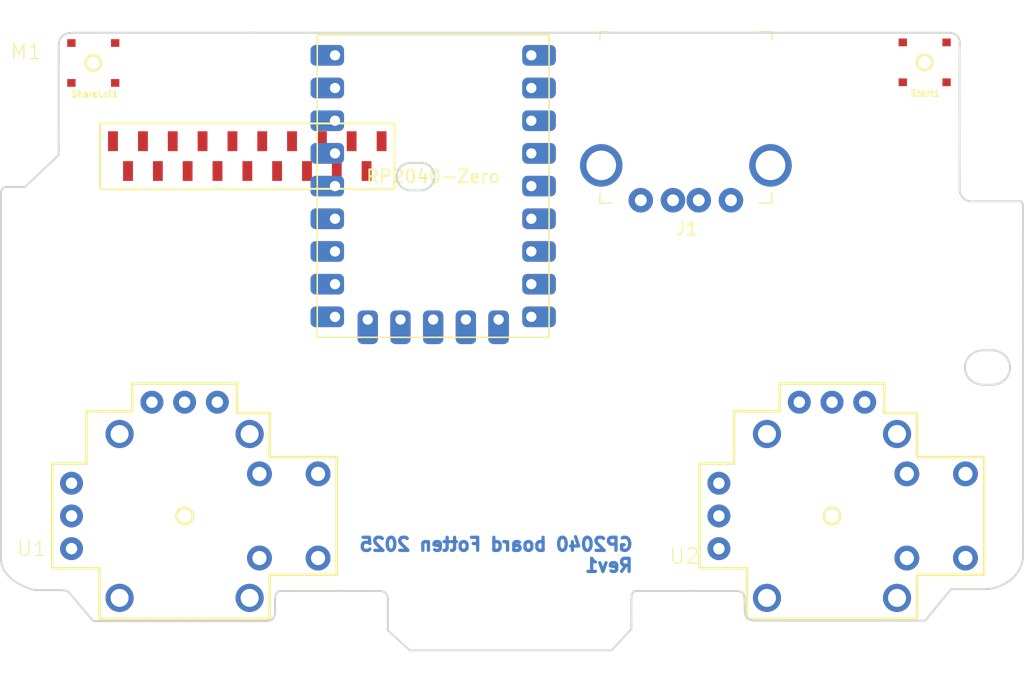
<source format=kicad_pcb>
(kicad_pcb (version 20241229) (generator "pcbnew") (generator_version "9.0")
  (layers (0 "F.Cu" signal) (2 "B.Cu" signal) (13 "F.Paste" user) (15 "B.Paste" user) (5 "F.SilkS" user "F.Silkscreen") (7 "B.SilkS" user "B.Silkscreen") (1 "F.Mask" user) (3 "B.Mask" user) (25 "Edge.Cuts" user))
  (net 0 "")
  (net 1 "GND")
  (net 2 "/m12")
  (net 3 "/m2")
  (net 4 "/m18")
  (net 5 "/m1")
  (net 6 "/m5")
  (net 7 "/m11")
  (net 8 "/m15")
  (net 9 "/m7")
  (net 10 "/m14")
  (net 11 "/m4")
  (net 12 "/m6")
  (net 13 "/m9")
  (net 14 "/m3")
  (net 15 "/m13")
  (net 16 "/m19")
  (net 25 "/PS_BUTTON")
  (net 30 "/VCC")
  (net 61 "Net-(RZ1-GP3)")
  (net 63 "Net-(RZ1-GP2)")
  (net 65 "Net-(J1-D+)")
  (net 66 "Net-(J1-D-)")
  (footprint "PS4-sequencer:PS4JOYSTICK_vf.IaU3msWoRHeUc8tSE1TGOQ" (layer "F.Cu") (at 173.345916 118.554328 -90)
    (property "Reference" "U2" (at 3.81 12.7 0) (layer "F.SilkS") (effects (font (size 1.176528 1.176528) (thickness 0.093472)) (justify left bottom)))
    (property "Value" "~" (hide yes))
    (pad "B1A" thru_hole circle (at -3.269 -10.362 270) (size 1.9304 1.9304) (drill 1.1) (layers "*.Cu" "*.Mask"))
    (pad "B1B" thru_hole circle (at 3.269 -10.362 270) (size 1.9304 1.9304) (drill 1.1) (layers "*.Cu" "*.Mask"))
    (pad "B2A" thru_hole circle (at -3.269 -5.81 270) (size 1.9304 1.9304) (drill 1.1) (layers "*.Cu" "*.Mask"))
    (pad "B2B" thru_hole circle (at 3.269 -5.81 270) (size 1.9304 1.9304) (drill 1.1) (layers "*.Cu" "*.Mask"))
    (pad "H1" thru_hole circle (at -2.54 8.781 270) (size 1.778 1.778) (drill 0.889) (layers "*.Cu" "*.Mask"))
    (pad "H2" thru_hole circle (at 0 8.781 270) (size 1.778 1.778) (drill 0.889) (layers "*.Cu" "*.Mask"))
    (pad "H3" thru_hole circle (at 2.54 8.781 270) (size 1.778 1.778) (drill 0.889) (layers "*.Cu" "*.Mask"))
    (pad "MOUNT1" thru_hole circle (at -6.367 -5.049 270) (size 2.1844 2.1844) (drill 1.397) (layers "*.Cu" "*.Mask"))
    (pad "MOUNT2" thru_hole circle (at -6.367 5.049 270) (size 2.1844 2.1844) (drill 1.397) (layers "*.Cu" "*.Mask"))
    (pad "MOUNT3" thru_hole circle (at 6.367 5.049 270) (size 2.1844 2.1844) (drill 1.397) (layers "*.Cu" "*.Mask"))
    (pad "MOUNT4" thru_hole circle (at 6.367 -5.049 270) (size 2.1844 2.1844) (drill 1.397) (layers "*.Cu" "*.Mask"))
    (pad "V1" thru_hole circle (at -8.838 -2.54 270) (size 1.778 1.778) (drill 0.889) (layers "*.Cu" "*.Mask"))
    (pad "V2" thru_hole circle (at -8.838 0 270) (size 1.778 1.778) (drill 0.889) (layers "*.Cu" "*.Mask"))
    (pad "V3" thru_hole circle (at -8.838 2.54 270) (size 1.778 1.778) (drill 0.889) (layers "*.Cu" "*.Mask"))
  )
  (footprint "PS4-sequencer:PS4MEMBRANE_vf.7upxoABMT86JB5hzkim21Q" (layer "F.Cu") (at 127.94911 90.598409)
    (property "Reference" "M1" (hide yes))
    (property "Value" "~" (hide yes))
    (pad "1" smd rect (at -10.4305 -1.1612) (size 0.75184 1.529081) (layers "F.Cu" "F.Mask" "F.Paste") (net 5 "/m1"))
    (pad "2" smd rect (at -9.2625 1.1612) (size 0.75184 1.529081) (layers "F.Cu" "F.Mask" "F.Paste") (net 3 "/m2"))
    (pad "3" smd rect (at -8.104687 -1.1612) (size 0.75184 1.529081) (layers "F.Cu" "F.Mask" "F.Paste") (net 14 "/m3"))
    (pad "4" smd rect (at -6.946875 1.1612) (size 0.75184 1.529081) (layers "F.Cu" "F.Mask" "F.Paste") (net 11 "/m4"))
    (pad "5" smd rect (at -5.789062 -1.1612) (size 0.75184 1.529081) (layers "F.Cu" "F.Mask" "F.Paste") (net 6 "/m5"))
    (pad "6" smd rect (at -4.63125 1.1612) (size 0.75184 1.529081) (layers "F.Cu" "F.Mask" "F.Paste") (net 12 "/m6"))
    (pad "7" smd rect (at -3.473437 -1.1612) (size 0.75184 1.529081) (layers "F.Cu" "F.Mask" "F.Paste") (net 9 "/m7"))
    (pad "8" smd rect (at -2.315625 1.1612) (size 0.75184 1.529081) (layers "F.Cu" "F.Mask" "F.Paste") (net 1 "GND"))
    (pad "9" smd rect (at -1.157812 -1.1612) (size 0.75184 1.529081) (layers "F.Cu" "F.Mask" "F.Paste") (net 13 "/m9"))
    (pad "10" smd rect (at 0 1.1612) (size 0.75184 1.529081) (layers "F.Cu" "F.Mask" "F.Paste") (net 25 "/PS_BUTTON"))
    (pad "11" smd rect (at 1.157812 -1.1612) (size 0.75184 1.529081) (layers "F.Cu" "F.Mask" "F.Paste") (net 7 "/m11"))
    (pad "12" smd rect (at 2.315625 1.1612) (size 0.75184 1.529081) (layers "F.Cu" "F.Mask" "F.Paste") (net 2 "/m12"))
    (pad "13" smd rect (at 3.473437 -1.1612) (size 0.75184 1.529081) (layers "F.Cu" "F.Mask" "F.Paste") (net 15 "/m13"))
    (pad "14" smd rect (at 4.63125 1.1612) (size 0.75184 1.529081) (layers "F.Cu" "F.Mask" "F.Paste") (net 10 "/m14"))
    (pad "15" smd rect (at 5.789062 -1.1612) (size 0.75184 1.529081) (layers "F.Cu" "F.Mask" "F.Paste") (net 8 "/m15"))
    (pad "16" smd rect (at 6.946875 1.1612) (size 0.75184 1.529081) (layers "F.Cu" "F.Mask" "F.Paste") (net 1 "GND"))
    (pad "17" smd rect (at 8.104687 -1.1612) (size 0.75184 1.529081) (layers "F.Cu" "F.Mask" "F.Paste") (net 1 "GND"))
    (pad "18" smd rect (at 9.2625 1.1612) (size 0.75184 1.529081) (layers "F.Cu" "F.Mask" "F.Paste") (net 4 "/m18"))
    (pad "19" smd rect (at 10.4305 -1.1612) (size 0.75184 1.529081) (layers "F.Cu" "F.Mask" "F.Paste") (net 16 "/m19"))
  )
  (footprint "PS4-sequencer:PS4MEMBRANE_vf.7upxoABMT86JB5hzkim21Q" (layer "F.Cu") (at 127.953106 90.593747)
    (property "Reference" "M1" (at -18.4762 -7.4262 0) (layer "F.SilkS") (effects (font (size 1.1684 1.1684) (thickness 0.1016)) (justify left bottom)))
    (property "Value" "~")
    (pad "1" smd rect (at -10.4305 -1.1612) (size 0.75184 1.529081) (layers "F.Cu" "F.Mask" "F.Paste") (net 5 "/m1"))
    (pad "2" smd rect (at -9.2625 1.1612) (size 0.75184 1.529081) (layers "F.Cu" "F.Mask" "F.Paste") (net 3 "/m2"))
    (pad "3" smd rect (at -8.104687 -1.1612) (size 0.75184 1.529081) (layers "F.Cu" "F.Mask" "F.Paste") (net 14 "/m3"))
    (pad "4" smd rect (at -6.946875 1.1612) (size 0.75184 1.529081) (layers "F.Cu" "F.Mask" "F.Paste") (net 11 "/m4"))
    (pad "5" smd rect (at -5.789062 -1.1612) (size 0.75184 1.529081) (layers "F.Cu" "F.Mask" "F.Paste") (net 6 "/m5"))
    (pad "6" smd rect (at -4.63125 1.1612) (size 0.75184 1.529081) (layers "F.Cu" "F.Mask" "F.Paste") (net 12 "/m6"))
    (pad "7" smd rect (at -3.473437 -1.1612) (size 0.75184 1.529081) (layers "F.Cu" "F.Mask" "F.Paste") (net 9 "/m7"))
    (pad "8" smd rect (at -2.315625 1.1612) (size 0.75184 1.529081) (layers "F.Cu" "F.Mask" "F.Paste") (net 1 "GND"))
    (pad "9" smd rect (at -1.157812 -1.1612) (size 0.75184 1.529081) (layers "F.Cu" "F.Mask" "F.Paste") (net 13 "/m9"))
    (pad "10" smd rect (at 0 1.1612) (size 0.75184 1.529081) (layers "F.Cu" "F.Mask" "F.Paste") (net 25 "/PS_BUTTON"))
    (pad "11" smd rect (at 1.157812 -1.1612) (size 0.75184 1.529081) (layers "F.Cu" "F.Mask" "F.Paste") (net 7 "/m11"))
    (pad "12" smd rect (at 2.315625 1.1612) (size 0.75184 1.529081) (layers "F.Cu" "F.Mask" "F.Paste") (net 2 "/m12"))
    (pad "13" smd rect (at 3.473437 -1.1612) (size 0.75184 1.529081) (layers "F.Cu" "F.Mask" "F.Paste") (net 15 "/m13"))
    (pad "14" smd rect (at 4.63125 1.1612) (size 0.75184 1.529081) (layers "F.Cu" "F.Mask" "F.Paste") (net 10 "/m14"))
    (pad "15" smd rect (at 5.789062 -1.1612) (size 0.75184 1.529081) (layers "F.Cu" "F.Mask" "F.Paste") (net 8 "/m15"))
    (pad "16" smd rect (at 6.946875 1.1612) (size 0.75184 1.529081) (layers "F.Cu" "F.Mask" "F.Paste") (net 1 "GND"))
    (pad "17" smd rect (at 8.104687 -1.1612) (size 0.75184 1.529081) (layers "F.Cu" "F.Mask" "F.Paste") (net 1 "GND"))
    (pad "18" smd rect (at 9.2625 1.1612) (size 0.75184 1.529081) (layers "F.Cu" "F.Mask" "F.Paste") (net 4 "/m18"))
    (pad "19" smd rect (at 10.4305 -1.1612) (size 0.75184 1.529081) (layers "F.Cu" "F.Mask" "F.Paste") (net 16 "/m19"))
  )
  (footprint "shit:RP2040-Zero" (layer "F.Cu") (at 132.22 105.625)
    (property "Reference" "RZ1")
    (property "Value" "RP2040-Zero" (at 10.16 -13.45 0) (layer "F.SilkS"))
    (pad "1" thru_hole roundrect (at 17.78 -22.86) (size 2.6 1.6) (drill 0.8 (offset 0.6 0)) (layers "*.Cu" "*.Mask") (net 65 "Net-(J1-D+)"))
    (pad "2" thru_hole roundrect (at 17.78 -20.32) (size 2.6 1.6) (drill 0.8 (offset 0.6 0)) (layers "*.Cu" "*.Mask") (net 66 "Net-(J1-D-)"))
    (pad "3" thru_hole roundrect (at 17.78 -17.78) (size 2.6 1.6) (drill 0.8 (offset 0.6 0)) (layers "*.Cu" "*.Mask") (net 63 "Net-(RZ1-GP2)"))
    (pad "4" thru_hole roundrect (at 17.78 -15.24) (size 2.6 1.6) (drill 0.8 (offset 0.6 0)) (layers "*.Cu" "*.Mask") (net 61 "Net-(RZ1-GP3)"))
    (pad "5" thru_hole roundrect (at 17.78 -12.7) (size 2.6 1.6) (drill 0.8 (offset 0.6 0)) (layers "*.Cu" "*.Mask"))
    (pad "6" thru_hole roundrect (at 17.78 -10.16) (size 2.6 1.6002) (drill 0.8 (offset 0.6 0)) (layers "*.Cu" "*.Mask"))
    (pad "7" thru_hole roundrect (at 17.78 -7.62) (size 2.6 1.6002) (drill 0.8 (offset 0.6 0)) (layers "*.Cu" "*.Mask"))
    (pad "8" thru_hole roundrect (at 17.78 -5.08) (size 2.6 1.6002) (drill 0.8 (offset 0.6 0)) (layers "*.Cu" "*.Mask"))
    (pad "9" thru_hole roundrect (at 17.78 -2.54) (size 2.6 1.6002) (drill 0.8 (offset 0.6 0)) (layers "*.Cu" "*.Mask"))
    (pad "10" thru_hole roundrect (at 15.24 -2.33) (size 1.6 2.6) (drill 0.8 (offset 0 0.6)) (layers "*.Cu" "*.Mask"))
    (pad "11" thru_hole roundrect (at 12.7 -2.33) (size 1.5748 2.6) (drill 0.8 (offset 0 0.6)) (layers "*.Cu" "*.Mask"))
    (pad "12" thru_hole roundrect (at 10.16 -2.33) (size 1.5748 2.6) (drill 0.8 (offset 0 0.6)) (layers "*.Cu" "*.Mask"))
    (pad "13" thru_hole roundrect (at 7.62 -2.33) (size 1.5748 2.6) (drill 0.8 (offset 0 0.6)) (layers "*.Cu" "*.Mask"))
    (pad "14" thru_hole roundrect (at 5.08 -2.33) (size 1.5748 2.6) (drill 0.8 (offset 0 0.6)) (layers "*.Cu" "*.Mask"))
    (pad "15" thru_hole roundrect (at 2.54 -2.54) (size 2.6 1.6002) (drill 0.8 (offset -0.6 0)) (layers "*.Cu" "*.Mask"))
    (pad "16" thru_hole roundrect (at 2.54 -5.08) (size 2.6 1.6002) (drill 0.8 (offset -0.6 0)) (layers "*.Cu" "*.Mask"))
    (pad "17" thru_hole roundrect (at 2.54 -7.62) (size 2.6 1.6002) (drill 0.8 (offset -0.6 0)) (layers "*.Cu" "*.Mask") (net 25 "/PS_BUTTON"))
    (pad "18" thru_hole roundrect (at 2.54 -10.16) (size 2.6 1.6002) (drill 0.8 (offset -0.6 0)) (layers "*.Cu" "*.Mask"))
    (pad "19" thru_hole roundrect (at 2.54 -22.86) (size 2.6 1.6002) (drill 0.8 (offset -0.6 0)) (layers "*.Cu" "*.Mask"))
    (pad "20" thru_hole roundrect (at 2.54 -20.32) (size 2.6 1.6002) (drill 0.8 (offset -0.6 0)) (layers "*.Cu" "*.Mask"))
    (pad "21" thru_hole roundrect (at 2.54 -17.78) (size 2.6 1.6002) (drill 0.8 (offset -0.6 0)) (layers "*.Cu" "*.Mask"))
    (pad "22" thru_hole roundrect (at 2.54 -12.7) (size 2.6 1.6002) (drill 0.8 (offset -0.6 0)) (layers "*.Cu" "*.Mask") (net 30 "/VCC"))
    (pad "23" thru_hole roundrect (at 2.54 -15.24) (size 2.6 1.6002) (drill 0.8 (offset -0.6 0)) (layers "*.Cu" "*.Mask") (net 1 "GND"))
  )
  (footprint "PS4-sequencer:PS4JOYSTICK_vf.IaU3msWoRHeUc8tSE1TGOQ" (layer "F.Cu") (at 123.08341 118.554328 -90)
    (property "Reference" "U1" (at 3.224181 13.101582 0) (layer "F.SilkS") (effects (font (size 1.176528 1.176528) (thickness 0.093472)) (justify left bottom)))
    (property "Value" "~" (hide yes))
    (pad "B1A" thru_hole circle (at -3.269 -10.362 270) (size 1.9304 1.9304) (drill 1.1) (layers "*.Cu" "*.Mask"))
    (pad "B1B" thru_hole circle (at 3.269 -10.362 270) (size 1.9304 1.9304) (drill 1.1) (layers "*.Cu" "*.Mask"))
    (pad "B2A" thru_hole circle (at -3.269 -5.81 270) (size 1.9304 1.9304) (drill 1.1) (layers "*.Cu" "*.Mask"))
    (pad "B2B" thru_hole circle (at 3.269 -5.81 270) (size 1.9304 1.9304) (drill 1.1) (layers "*.Cu" "*.Mask"))
    (pad "H1" thru_hole circle (at -2.54 8.781 270) (size 1.778 1.778) (drill 0.889) (layers "*.Cu" "*.Mask"))
    (pad "H2" thru_hole circle (at 0 8.781 270) (size 1.778 1.778) (drill 0.889) (layers "*.Cu" "*.Mask"))
    (pad "H3" thru_hole circle (at 2.54 8.781 270) (size 1.778 1.778) (drill 0.889) (layers "*.Cu" "*.Mask"))
    (pad "MOUNT1" thru_hole circle (at -6.367 -5.049 270) (size 2.1844 2.1844) (drill 1.397) (layers "*.Cu" "*.Mask"))
    (pad "MOUNT2" thru_hole circle (at -6.367 5.049 270) (size 2.1844 2.1844) (drill 1.397) (layers "*.Cu" "*.Mask"))
    (pad "MOUNT3" thru_hole circle (at 6.367 5.049 270) (size 2.1844 2.1844) (drill 1.397) (layers "*.Cu" "*.Mask"))
    (pad "MOUNT4" thru_hole circle (at 6.367 -5.049 270) (size 2.1844 2.1844) (drill 1.397) (layers "*.Cu" "*.Mask"))
    (pad "V1" thru_hole circle (at -8.838 -2.54 270) (size 1.778 1.778) (drill 0.889) (layers "*.Cu" "*.Mask"))
    (pad "V2" thru_hole circle (at -8.838 0 270) (size 1.778 1.778) (drill 0.889) (layers "*.Cu" "*.Mask"))
    (pad "V3" thru_hole circle (at -8.838 2.54 270) (size 1.778 1.778) (drill 0.889) (layers "*.Cu" "*.Mask"))
  )
  (footprint "digikey-footprints:USB_A_Female_UE27AC54100" (layer "F.Cu") (at 162 91.315 180)
    (property "Reference" "J1" (at -0.075 -4.925 0) (layer "F.SilkS"))
    (property "Value" "USB_A")
    (pad "1" thru_hole circle (at -3.5 -2.71 180) (size 1.9 1.9) (drill 0.92) (layers "*.Cu" "*.Mask") (net 30 "/VCC"))
    (pad "2" thru_hole circle (at -1 -2.71 180) (size 1.9 1.9) (drill 0.92) (layers "*.Cu" "*.Mask") (net 66 "Net-(J1-D-)"))
    (pad "3" thru_hole circle (at 1 -2.71 180) (size 1.9 1.9) (drill 0.92) (layers "*.Cu" "*.Mask") (net 65 "Net-(J1-D+)"))
    (pad "4" thru_hole circle (at 3.5 -2.71 180) (size 1.9 1.9) (drill 0.92) (layers "*.Cu" "*.Mask") (net 1 "GND"))
    (pad "SH" thru_hole circle (at -6.57 0 180) (size 3.3 3.3) (drill 2.3) (layers "*.Cu" "*.Mask"))
    (pad "SH" thru_hole circle (at 6.57 0 180) (size 3.3 3.3) (drill 2.3) (layers "*.Cu" "*.Mask"))
  )
  (footprint "PS4-sequencer:TACTILE_SWITCH_SMD_3.6MM_vf.7upxoABMT86JB5hzkim21Q" (layer "F.Cu") (at 115.991763 83.359265 90)
    (property "Reference" "ShareLol1" (at -2.701722 0.10708 0) (layer "F.SilkS") (effects (font (size 0.48768 0.48768) (thickness 0.12192)) (justify bottom)))
    (property "Value" "~")
    (pad "1" smd rect (at 1.55 -1.7 180) (size 0.65 0.6) (layers "F.Cu" "F.Mask" "F.Paste") (net 1 "GND"))
    (pad "2" smd rect (at 1.55 1.7 180) (size 0.65 0.6) (layers "F.Cu" "F.Mask" "F.Paste") (net 61 "Net-(RZ1-GP3)"))
    (pad "3" smd rect (at -1.55 1.7 180) (size 0.65 0.6) (layers "F.Cu" "F.Mask" "F.Paste") (net 61 "Net-(RZ1-GP3)"))
    (pad "4" smd rect (at -1.55 -1.7 180) (size 0.65 0.6) (layers "F.Cu" "F.Mask" "F.Paste") (net 1 "GND"))
  )
  (footprint "PS4-sequencer:TACTILE_SWITCH_SMD_3.6MM_vf.7upxoABMT86JB5hzkim21Q" (layer "F.Cu") (at 180.540707 83.308969 -90)
    (property "Reference" "Start1" (at 2.7 -0.05 0) (layer "F.SilkS") (effects (font (size 0.48768 0.48768) (thickness 0.12192)) (justify bottom)))
    (property "Value" "~")
    (pad "1" smd rect (at 1.55 -1.7) (size 0.65 0.6) (layers "F.Cu" "F.Mask" "F.Paste") (net 1 "GND"))
    (pad "2" smd rect (at 1.55 1.7) (size 0.65 0.6) (layers "F.Cu" "F.Mask" "F.Paste") (net 63 "Net-(RZ1-GP2)"))
    (pad "3" smd rect (at -1.55 1.7) (size 0.65 0.6) (layers "F.Cu" "F.Mask" "F.Paste") (net 63 "Net-(RZ1-GP2)"))
    (pad "4" smd rect (at -1.55 -1.7) (size 0.65 0.6) (layers "F.Cu" "F.Mask" "F.Paste") (net 1 "GND"))
  )
  (gr_line (start 188.1761 121.123722) (end 188.1761 120.803334) (stroke (width 0.1524)) (layer "Edge.Cuts"))
  (gr_line (start 167.047741 126.627153) (end 167.222206 126.671103) (stroke (width 0.1524)) (layer "Edge.Cuts"))
  (gr_line (start 166.538869 124.837638) (end 166.538669 124.858069) (stroke (width 0.1524)) (layer "Edge.Cuts"))
  (gr_line (start 185.84081 105.687966) (end 185.844519 105.688059) (stroke (width 0.1524)) (layer "Edge.Cuts"))
  (gr_line (start 130.786872 124.382919) (end 130.949466 124.382919) (stroke (width 0.1524)) (layer "Edge.Cuts"))
  (gr_line (start 157.766519 127.316053) (end 157.766519 127.260125) (stroke (width 0.1524)) (layer "Edge.Cuts"))
  (gr_line (start 109.067266 122.777478) (end 109.234425 123.026403) (stroke (width 0.1524)) (layer "Edge.Cuts"))
  (gr_line (start 109.098941 93.008056) (end 108.997919 93.058031) (stroke (width 0.1524)) (layer "Edge.Cuts"))
  (gr_line (start 108.8261 116.654316) (end 108.8261 117.649894) (stroke (width 0.1524)) (layer "Edge.Cuts"))
  (gr_line (start 139.943485 93.012894) (end 139.832022 92.906625) (stroke (width 0.1524)) (layer "Edge.Cuts"))
  (gr_line (start 166.540128 124.874191) (end 166.543972 124.923316) (stroke (width 0.1524)) (layer "Edge.Cuts"))
  (gr_line (start 130.47935 124.382919) (end 130.499819 124.382919) (stroke (width 0.1524)) (layer "Edge.Cuts"))
  (gr_line (start 108.8261 121.012713) (end 108.8261 121.249981) (stroke (width 0.1524)) (layer "Edge.Cuts"))
  (gr_line (start 114.098178 81.029828) (end 113.8811 81.090016) (stroke (width 0.1524)) (layer "Edge.Cuts"))
  (gr_line (start 127.979678 126.724728) (end 128.355125 126.724728) (stroke (width 0.1524)) (layer "Edge.Cuts"))
  (gr_line (start 183.799385 106.443875) (end 183.900469 106.275888) (stroke (width 0.1524)) (layer "Edge.Cuts"))
  (gr_line (start 140.356881 93.223638) (end 140.207731 93.173216) (stroke (width 0.1524)) (layer "Edge.Cuts"))
  (gr_line (start 158.383088 124.382919) (end 158.547575 124.382919) (stroke (width 0.1524)) (layer "Edge.Cuts"))
  (gr_line (start 130.463294 124.385569) (end 130.47935 124.382919) (stroke (width 0.1524)) (layer "Edge.Cuts"))
  (gr_line (start 108.8261 115.588838) (end 108.8261 116.654316) (stroke (width 0.1524)) (layer "Edge.Cuts"))
  (gr_line (start 113.306078 83.110322) (end 113.306078 83.403422) (stroke (width 0.1524)) (layer "Edge.Cuts"))
  (gr_line (start 108.87701 93.209688) (end 108.832463 93.36135) (stroke (width 0.1524)) (layer "Edge.Cuts"))
  (gr_line (start 185.249941 105.686259) (end 185.453691 105.686569) (stroke (width 0.1524)) (layer "Edge.Cuts"))
  (gr_line (start 166.543972 124.923316) (end 166.549406 125.006641) (stroke (width 0.1524)) (layer "Edge.Cuts"))
  (gr_line (start 166.475035 124.620475) (end 166.515403 124.707706) (stroke (width 0.1524)) (layer "Edge.Cuts"))
  (gr_line (start 140.51496 91.121906) (end 140.596781 91.116728) (stroke (width 0.1524)) (layer "Edge.Cuts"))
  (gr_line (start 167.482063 126.692181) (end 167.52291 126.690791) (stroke (width 0.1524)) (layer "Edge.Cuts"))
  (gr_line (start 166.533897 124.783806) (end 166.538869 124.837638) (stroke (width 0.1524)) (layer "Edge.Cuts"))
  (gr_line (start 114.352978 81.008541) (end 114.098178 81.029828) (stroke (width 0.1524)) (layer "Edge.Cuts"))
  (gr_line (start 108.8261 121.455659) (end 108.8261 121.628575) (stroke (width 0.1524)) (layer "Edge.Cuts"))
  (gr_line (start 188.175806 94.460575) (end 188.171528 94.399934) (stroke (width 0.1524)) (layer "Edge.Cuts"))
  (gr_line (start 108.8261 119.771284) (end 108.8261 120.123141) (stroke (width 0.1524)) (layer "Edge.Cuts"))
  (gr_line (start 188.156688 121.905828) (end 188.174863 121.677959) (stroke (width 0.1524)) (layer "Edge.Cuts"))
  (gr_line (start 108.8261 109.542244) (end 108.8261 110.816094) (stroke (width 0.1524)) (layer "Edge.Cuts"))
  (gr_line (start 113.306078 88.579525) (end 113.306078 88.906219) (stroke (width 0.1524)) (layer "Edge.Cuts"))
  (gr_line (start 186.350394 124.020084) (end 186.715488 123.848959) (stroke (width 0.1524)) (layer "Edge.Cuts"))
  (gr_line (start 185.647063 108.361059) (end 185.446153 108.361356) (stroke (width 0.1524)) (layer "Edge.Cuts"))
  (gr_line (start 130.106019 125.027763) (end 130.12206 124.824659) (stroke (width 0.1524)) (layer "Edge.Cuts"))
  (gr_line (start 188.1761 95.019447) (end 188.1761 94.772303) (stroke (width 0.1524)) (layer "Edge.Cuts"))
  (gr_line (start 185.844519 105.688059) (end 185.853885 105.688569) (stroke (width 0.1524)) (layer "Edge.Cuts"))
  (gr_line (start 138.057894 124.382919) (end 138.172416 124.382919) (stroke (width 0.1524)) (layer "Edge.Cuts"))
  (gr_line (start 157.814238 124.683603) (end 157.86315 124.570184) (stroke (width 0.1524)) (layer "Edge.Cuts"))
  (gr_line (start 182.550563 81.019222) (end 182.372491 81.008541) (stroke (width 0.1524)) (layer "Edge.Cuts"))
  (gr_line (start 130.005791 126.457472) (end 130.061472 126.347253) (stroke (width 0.1524)) (layer "Edge.Cuts"))
  (gr_line (start 122.512122 126.724728) (end 123.743247 126.724728) (stroke (width 0.1524)) (layer "Edge.Cuts"))
  (gr_line (start 167.222206 126.671103) (end 167.374403 126.6892) (stroke (width 0.1524)) (layer "Edge.Cuts"))
  (gr_line (start 130.949466 124.382919) (end 131.14136 124.382919) (stroke (width 0.1524)) (layer "Edge.Cuts"))
  (gr_line (start 126.07345 126.724728) (end 126.601375 126.724728) (stroke (width 0.1524)) (layer "Edge.Cuts"))
  (gr_line (start 187.768828 94.1091) (end 187.736241 94.1091) (stroke (width 0.1524)) (layer "Edge.Cuts"))
  (gr_line (start 186.943891 106.297659) (end 187.038728 106.461716) (stroke (width 0.1524)) (layer "Edge.Cuts"))
  (gr_line (start 183.253519 92.810306) (end 183.252813 92.555091) (stroke (width 0.1524)) (layer "Edge.Cuts"))
  (gr_line (start 164.706206 124.382919) (end 164.963341 124.382919) (stroke (width 0.1524)) (layer "Edge.Cuts"))
  (gr_line (start 157.766519 125.027766) (end 157.779641 124.834406) (stroke (width 0.1524)) (layer "Edge.Cuts"))
  (gr_line (start 130.106019 125.834781) (end 130.106019 125.634809) (stroke (width 0.1524)) (layer "Edge.Cuts"))
  (gr_line (start 184.516688 105.791191) (end 184.711831 105.728178) (stroke (width 0.1524)) (layer "Edge.Cuts"))
  (gr_line (start 137.910375 124.382919) (end 138.057894 124.382919) (stroke (width 0.1524)) (layer "Edge.Cuts"))
  (gr_line (start 130.55956 124.382919) (end 130.656075 124.382919) (stroke (width 0.1524)) (layer "Edge.Cuts"))
  (gr_line (start 113.306078 89.211228) (end 113.306078 89.491553) (stroke (width 0.1524)) (layer "Edge.Cuts"))
  (gr_line (start 187.152931 106.826866) (end 187.16801 107.023869) (stroke (width 0.1524)) (layer "Edge.Cuts"))
  (gr_line (start 182.372491 81.008541) (end 128 81.008541) (stroke (width 0.1524)) (layer "Edge.Cuts"))
  (gr_line (start 186.353319 108.239359) (end 186.166441 108.306606) (stroke (width 0.1524)) (layer "Edge.Cuts"))
  (gr_line (start 157.9753 124.434828) (end 158.024222 124.402544) (stroke (width 0.1524)) (layer "Edge.Cuts"))
  (gr_line (start 113.306078 82.097169) (end 113.306078 82.229516) (stroke (width 0.1524)) (layer "Edge.Cuts"))
  (gr_line (start 166.873278 126.546616) (end 167.047741 126.627153) (stroke (width 0.1524)) (layer "Edge.Cuts"))
  (gr_line (start 185.853885 105.688569) (end 185.8797 105.690297) (stroke (width 0.1524)) (layer "Edge.Cuts"))
  (gr_line (start 128.95215 126.724728) (end 129.164435 126.724728) (stroke (width 0.1524)) (layer "Edge.Cuts"))
  (gr_line (start 186.362988 105.812684) (end 186.53416 105.904147) (stroke (width 0.1524)) (layer "Edge.Cuts"))
  (gr_line (start 141.986928 91.285519) (end 142.107544 91.375531) (stroke (width 0.1524)) (layer "Edge.Cuts"))
  (gr_line (start 183.254538 93.167991) (end 183.254097 93.015978) (stroke (width 0.1524)) (layer "Edge.Cuts"))
  (gr_line (start 182.576119 124.247159) (end 185.257319 124.247159) (stroke (width 0.1524)) (layer "Edge.Cuts"))
  (gr_line (start 188.1761 109.420791) (end 188.1761 107.590697) (stroke (width 0.1524)) (layer "Edge.Cuts"))
  (gr_line (start 183.108081 81.311013) (end 182.944681 81.157556) (stroke (width 0.1524)) (layer "Edge.Cuts"))
  (gr_line (start 128.263728 81.008541) (end 114.352978 81.008541) (stroke (width 0.1524)) (layer "Edge.Cuts"))
  (gr_line (start 183.243947 88.708628) (end 183.242181 87.656372) (stroke (width 0.1524)) (layer "Edge.Cuts"))
  (gr_line (start 185.96796 108.348072) (end 185.865047 108.358481) (stroke (width 0.1524)) (layer "Edge.Cuts"))
  (gr_line (start 140.207731 91.200503) (end 140.356881 91.150081) (stroke (width 0.1524)) (layer "Edge.Cuts"))
  (gr_line (start 141.038606 91.116597) (end 141.257128 91.116791) (stroke (width 0.1524)) (layer "Edge.Cuts"))
  (gr_line (start 108.8261 113.285813) (end 108.8261 114.462869) (stroke (width 0.1524)) (layer "Edge.Cuts"))
  (gr_line (start 157.766519 126.398044) (end 157.766519 125.631769) (stroke (width 0.1524)) (layer "Edge.Cuts"))
  (gr_line (start 183.239869 84.629069) (end 183.240116 84.186659) (stroke (width 0.1524)) (layer "Edge.Cuts"))
  (gr_line (start 188.1761 100.644775) (end 188.1761 99.879559) (stroke (width 0.1524)) (layer "Edge.Cuts"))
  (gr_line (start 187.736241 94.1091) (end 187.643397 94.1091) (stroke (width 0.1524)) (layer "Edge.Cuts"))
  (gr_line (start 138.618944 124.483669) (end 138.728119 124.586941) (stroke (width 0.1524)) (layer "Edge.Cuts"))
  (gr_line (start 185.614466 94.1091) (end 185.019741 94.1091) (stroke (width 0.1524)) (layer "Edge.Cuts"))
  (gr_line (start 108.938391 122.5026) (end 109.067266 122.777478) (stroke (width 0.1524)) (layer "Edge.Cuts"))
  (gr_line (start 186.941006 107.754316) (end 186.822431 107.903806) (stroke (width 0.1524)) (layer "Edge.Cuts"))
  (gr_line (start 115.987278 126.724728) (end 116.024391 126.724728) (stroke (width 0.1524)) (layer "Edge.Cuts"))
  (gr_line (start 183.251103 91.912519) (end 183.250138 91.5334) (stroke (width 0.1524)) (layer "Edge.Cuts"))
  (gr_line (start 141.033094 93.257219) (end 140.816619 93.257294) (stroke (width 0.1524)) (layer "Edge.Cuts"))
  (gr_line (start 113.306078 90.418288) (end 113.306078 90.487719) (stroke (width 0.1524)) (layer "Edge.Cuts"))
  (gr_line (start 130.420997 124.397766) (end 130.463294 124.385569) (stroke (width 0.1524)) (layer "Edge.Cuts"))
  (gr_line (start 183.250138 91.5334) (end 183.249119 91.121222) (stroke (width 0.1524)) (layer "Edge.Cuts"))
  (gr_line (start 183.243585 82.745644) (end 183.245166 82.488144) (stroke (width 0.1524)) (layer "Edge.Cuts"))
  (gr_line (start 183.724238 106.626047) (end 183.799385 106.443875) (stroke (width 0.1524)) (layer "Edge.Cuts"))
  (gr_line (start 186.822431 107.903806) (end 186.6835 108.035869) (stroke (width 0.1524)) (layer "Edge.Cuts"))
  (gr_line (start 113.444635 81.448756) (end 113.366891 81.609328) (stroke (width 0.1524)) (layer "Edge.Cuts"))
  (gr_line (start 140.816619 93.257294) (end 140.727778 93.257316) (stroke (width 0.1524)) (layer "Edge.Cuts"))
  (gr_line (start 158.7417 124.382919) (end 158.962944 124.382919) (stroke (width 0.1524)) (layer "Edge.Cuts"))
  (gr_line (start 108.8261 114.462869) (end 108.8261 115.588838) (stroke (width 0.1524)) (layer "Edge.Cuts"))
  (gr_line (start 109.652956 123.449981) (end 109.889022 123.626422) (stroke (width 0.1524)) (layer "Edge.Cuts"))
  (gr_line (start 186.826753 106.148681) (end 186.943891 106.297659) (stroke (width 0.1524)) (layer "Edge.Cuts"))
  (gr_line (start 110.646741 92.9891) (end 110.521981 92.9891) (stroke (width 0.1524)) (layer "Edge.Cuts"))
  (gr_line (start 138.251447 124.382919) (end 138.462838 124.410625) (stroke (width 0.1524)) (layer "Edge.Cuts"))
  (gr_line (start 165.848494 124.382919) (end 165.927763 124.382919) (stroke (width 0.1524)) (layer "Edge.Cuts"))
  (gr_line (start 127.098153 126.724728) (end 127.559138 126.724728) (stroke (width 0.1524)) (layer "Edge.Cuts"))
  (gr_line (start 161.758069 124.382919) (end 163.158775 124.382919) (stroke (width 0.1524)) (layer "Edge.Cuts"))
  (gr_line (start 139.659491 91.722763) (end 139.73675 91.588344) (stroke (width 0.1524)) (layer "Edge.Cuts"))
  (gr_line (start 183.240816 86.603722) (end 183.239994 85.583631) (stroke (width 0.1524)) (layer "Edge.Cuts"))
  (gr_line (start 183.242306 83.048363) (end 183.243585 82.745644) (stroke (width 0.1524)) (layer "Edge.Cuts"))
  (gr_line (start 185.610494 124.220406) (end 185.978456 124.144306) (stroke (width 0.1524)) (layer "Edge.Cuts"))
  (gr_line (start 187.66156 123.066419) (end 187.891128 122.719931) (stroke (width 0.1524)) (layer "Edge.Cuts"))
  (gr_line (start 129.927835 126.550406) (end 130.005791 126.457472) (stroke (width 0.1524)) (layer "Edge.Cuts"))
  (gr_line (start 138.857578 124.926991) (end 138.86255 125.000047) (stroke (width 0.1524)) (layer "Edge.Cuts"))
  (gr_line (start 185.865047 108.358481) (end 185.838985 108.359966) (stroke (width 0.1524)) (layer "Edge.Cuts"))
  (gr_line (start 188.010463 94.133253) (end 187.897713 94.101931) (stroke (width 0.1524)) (layer "Edge.Cuts"))
  (gr_line (start 109.889022 123.626422) (end 110.132741 123.780491) (stroke (width 0.1524)) (layer "Edge.Cuts"))
  (gr_line (start 188.1761 94.772303) (end 188.1761 94.597266) (stroke (width 0.1524)) (layer "Edge.Cuts"))
  (gr_line (start 185.446153 108.361356) (end 185.245219 108.361559) (stroke (width 0.1524)) (layer "Edge.Cuts"))
  (gr_line (start 108.8261 117.649894) (end 108.8261 118.118531) (stroke (width 0.1524)) (layer "Edge.Cuts"))
  (gr_line (start 183.677406 106.820134) (end 183.724238 106.626047) (stroke (width 0.1524)) (layer "Edge.Cuts"))
  (gr_line (start 113.306078 90.306231) (end 113.306078 90.418288) (stroke (width 0.1524)) (layer "Edge.Cuts"))
  (gr_line (start 113.306078 87.115666) (end 113.306078 87.873028) (stroke (width 0.1524)) (layer "Edge.Cuts"))
  (gr_line (start 113.8811 81.090016) (end 113.700585 81.183578) (stroke (width 0.1524)) (layer "Edge.Cuts"))
  (gr_line (start 113.306078 82.605616) (end 113.306078 82.843388) (stroke (width 0.1524)) (layer "Edge.Cuts"))
  (gr_line (start 139.832022 92.906625) (end 139.73675 92.785375) (stroke (width 0.1524)) (layer "Edge.Cuts"))
  (gr_line (start 137.294744 124.382919) (end 137.52631 124.382919) (stroke (width 0.1524)) (layer "Edge.Cuts"))
  (gr_line (start 185.981613 105.701603) (end 186.178091 105.744488) (stroke (width 0.1524)) (layer "Edge.Cuts"))
  (gr_line (start 141.846966 93.164025) (end 141.702091 93.216778) (stroke (width 0.1524)) (layer "Edge.Cuts"))
  (gr_line (start 183.416119 93.701844) (end 183.337238 93.5523) (stroke (width 0.1524)) (layer "Edge.Cuts"))
  (gr_line (start 138.462838 124.410625) (end 138.618944 124.483669) (stroke (width 0.1524)) (layer "Edge.Cuts"))
  (gr_line (start 184.335603 105.879738) (end 184.516688 105.791191) (stroke (width 0.1524)) (layer "Edge.Cuts"))
  (gr_line (start 185.453691 105.686569) (end 185.657403 105.687022) (stroke (width 0.1524)) (layer "Edge.Cuts"))
  (gr_line (start 157.766519 125.292581) (end 157.766519 125.148763) (stroke (width 0.1524)) (layer "Edge.Cuts"))
  (gr_line (start 185.829653 108.360381) (end 185.826291 108.360441) (stroke (width 0.1524)) (layer "Edge.Cuts"))
  (gr_line (start 186.233056 94.1091) (end 185.614466 94.1091) (stroke (width 0.1524)) (layer "Edge.Cuts"))
  (gr_line (start 108.997919 93.058031) (end 108.925531 93.128688) (stroke (width 0.1524)) (layer "Edge.Cuts"))
  (gr_line (start 183.677406 107.227606) (end 183.661269 107.023869) (stroke (width 0.1524)) (layer "Edge.Cuts"))
  (gr_line (start 108.8261 94.577231) (end 108.8261 94.866003) (stroke (width 0.1524)) (layer "Edge.Cuts"))
  (gr_line (start 111.515928 124.315041) (end 111.604544 124.315041) (stroke (width 0.1524)) (layer "Edge.Cuts"))
  (gr_line (start 140.820069 91.116463) (end 141.038606 91.116597) (stroke (width 0.1524)) (layer "Edge.Cuts"))
  (gr_line (start 188.1761 111.229275) (end 188.1761 109.420791) (stroke (width 0.1524)) (layer "Edge.Cuts"))
  (gr_line (start 141.413563 91.117047) (end 141.449094 91.117197) (stroke (width 0.1524)) (layer "Edge.Cuts"))
  (gr_line (start 188.1761 120.418488) (end 188.1761 119.972875) (stroke (width 0.1524)) (layer "Edge.Cuts"))
  (gr_line (start 188.1761 117.656584) (end 188.1761 116.962506) (stroke (width 0.1524)) (layer "Edge.Cuts"))
  (gr_line (start 142.433247 92.499628) (end 142.377806 92.643188) (stroke (width 0.1524)) (layer "Edge.Cuts"))
  (gr_line (start 187.109122 106.6388) (end 187.152931 106.826866) (stroke (width 0.1524)) (layer "Edge.Cuts"))
  (gr_line (start 166.139156 124.403334) (end 166.295263 124.457153) (stroke (width 0.1524)) (layer "Edge.Cuts"))
  (gr_line (start 113.355797 124.315041) (end 113.464094 124.315041) (stroke (width 0.1524)) (layer "Edge.Cuts"))
  (gr_line (start 139.832022 91.467094) (end 139.943485 91.360825) (stroke (width 0.1524)) (layer "Edge.Cuts"))
  (gr_line (start 166.583281 126.114706) (end 166.613441 126.232806) (stroke (width 0.1524)) (layer "Edge.Cuts"))
  (gr_line (start 142.47966 92.186859) (end 142.467769 92.346947) (stroke (width 0.1524)) (layer "Edge.Cuts"))
  (gr_line (start 186.53416 105.904147) (end 186.689463 106.016828) (stroke (width 0.1524)) (layer "Edge.Cuts"))
  (gr_line (start 185.0528 105.686088) (end 185.0626 105.686059) (stroke (width 0.1524)) (layer "Edge.Cuts"))
  (gr_line (start 185.245219 108.361559) (end 185.162185 108.361625) (stroke (width 0.1524)) (layer "Edge.Cuts"))
  (gr_line (start 167.374403 126.6892) (end 167.482063 126.692181) (stroke (width 0.1524)) (layer "Edge.Cuts"))
  (gr_line (start 114.078185 124.486844) (end 114.109741 124.509919) (stroke (width 0.1524)) (layer "Edge.Cuts"))
  (gr_line (start 186.689463 106.016828) (end 186.826753 106.148681) (stroke (width 0.1524)) (layer "Edge.Cuts"))
  (gr_line (start 130.361203 124.425872) (end 130.420997 124.397766) (stroke (width 0.1524)) (layer "Edge.Cuts"))
  (gr_line (start 113.306078 86.331372) (end 113.306078 87.115666) (stroke (width 0.1524)) (layer "Edge.Cuts"))
  (gr_line (start 108.8261 95.897969) (end 108.8261 96.29325) (stroke (width 0.1524)) (layer "Edge.Cuts"))
  (gr_line (start 139.566263 92.023838) (end 139.602056 91.868531) (stroke (width 0.1524)) (layer "Edge.Cuts"))
  (gr_line (start 108.8261 99.657641) (end 108.8261 100.775631) (stroke (width 0.1524)) (layer "Edge.Cuts"))
  (gr_line (start 183.885035 94.074103) (end 183.684447 93.981834) (stroke (width 0.1524)) (layer "Edge.Cuts"))
  (gr_line (start 111.7205 124.315041) (end 112.015744 124.315041) (stroke (width 0.1524)) (layer "Edge.Cuts"))
  (gr_line (start 111.459328 124.315041) (end 111.515928 124.315041) (stroke (width 0.1524)) (layer "Edge.Cuts"))
  (gr_line (start 113.464094 124.315041) (end 113.543656 124.315041) (stroke (width 0.1524)) (layer "Edge.Cuts"))
  (gr_line (start 108.8261 112.067088) (end 108.8261 113.285813) (stroke (width 0.1524)) (layer "Edge.Cuts"))
  (gr_line (start 187.076928 94.1091) (end 186.81665 94.1091) (stroke (width 0.1524)) (layer "Edge.Cuts"))
  (gr_line (start 141.438453 93.256888) (end 141.403944 93.256972) (stroke (width 0.1524)) (layer "Edge.Cuts"))
  (gr_line (start 185.805266 105.687616) (end 185.84081 105.687966) (stroke (width 0.1524)) (layer "Edge.Cuts"))
  (gr_line (start 183.240591 83.772991) (end 183.241316 83.392188) (stroke (width 0.1524)) (layer "Edge.Cuts"))
  (gr_line (start 166.404438 124.533247) (end 166.475035 124.620475) (stroke (width 0.1524)) (layer "Edge.Cuts"))
  (gr_line (start 116.837538 126.724728) (end 117.183756 126.724728) (stroke (width 0.1524)) (layer "Edge.Cuts"))
  (gr_line (start 184.507738 94.1091) (end 184.301153 94.1091) (stroke (width 0.1524)) (layer "Edge.Cuts"))
  (gr_line (start 184.004369 94.099953) (end 183.885035 94.074103) (stroke (width 0.1524)) (layer "Edge.Cuts"))
  (gr_line (start 166.567306 125.473753) (end 166.57115 125.705822) (stroke (width 0.1524)) (layer "Edge.Cuts"))
  (gr_line (start 109.413006 92.9891) (end 109.233372 92.9891) (stroke (width 0.1524)) (layer "Edge.Cuts"))
  (gr_line (start 142.107544 91.375531) (end 142.214225 91.481269) (stroke (width 0.1524)) (layer "Edge.Cuts"))
  (gr_line (start 131.360063 124.382919) (end 131.603081 124.382919) (stroke (width 0.1524)) (layer "Edge.Cuts"))
  (gr_line (start 109.432206 123.250272) (end 109.652956 123.449981) (stroke (width 0.1524)) (layer "Edge.Cuts"))
  (gr_line (start 140.596781 91.116728) (end 140.624894 91.116378) (stroke (width 0.1524)) (layer "Edge.Cuts"))
  (gr_line (start 139.553928 92.186859) (end 139.566263 92.023838) (stroke (width 0.1524)) (layer "Edge.Cuts"))
  (gr_line (start 158.547575 124.382919) (end 158.7417 124.382919) (stroke (width 0.1524)) (layer "Edge.Cuts"))
  (gr_line (start 113.321088 81.781197) (end 113.306078 81.958841) (stroke (width 0.1524)) (layer "Edge.Cuts"))
  (gr_line (start 187.49766 94.1091) (end 187.306385 94.1091) (stroke (width 0.1524)) (layer "Edge.Cuts"))
  (gr_line (start 187.897713 94.101931) (end 187.806431 94.102828) (stroke (width 0.1524)) (layer "Edge.Cuts"))
  (gr_line (start 129.560335 126.713219) (end 129.70511 126.679509) (stroke (width 0.1524)) (layer "Edge.Cuts"))
  (gr_line (start 185.257319 124.247159) (end 185.610494 124.220406) (stroke (width 0.1524)) (layer "Edge.Cuts"))
  (gr_line (start 139.73675 92.785375) (end 139.659491 92.650956) (stroke (width 0.1524)) (layer "Edge.Cuts"))
  (gr_line (start 165.405072 124.382919) (end 165.584625 124.382919) (stroke (width 0.1524)) (layer "Edge.Cuts"))
  (gr_line (start 186.81665 94.1091) (end 186.233056 94.1091) (stroke (width 0.1524)) (layer "Edge.Cuts"))
  (gr_line (start 111.604544 124.315041) (end 111.7205 124.315041) (stroke (width 0.1524)) (layer "Edge.Cuts"))
  (gr_line (start 184.749719 94.1091) (end 184.507738 94.1091) (stroke (width 0.1524)) (layer "Edge.Cuts"))
  (gr_line (start 182.834919 81.096463) (end 182.704125 81.049441) (stroke (width 0.1524)) (layer "Edge.Cuts"))
  (gr_line (start 108.8261 101.946038) (end 108.8261 103.159447) (stroke (width 0.1524)) (layer "Edge.Cuts"))
  (gr_line (start 112.364281 124.315041) (end 112.728725 124.315041) (stroke (width 0.1524)) (layer "Edge.Cuts"))
  (gr_line (start 118.491072 126.724728) (end 119.000903 126.724728) (stroke (width 0.1524)) (layer "Edge.Cuts"))
  (gr_line (start 188.1761 121.375966) (end 188.1761 121.123722) (stroke (width 0.1524)) (layer "Edge.Cuts"))
  (gr_line (start 142.303166 92.775906) (end 142.211044 92.896069) (stroke (width 0.1524)) (layer "Edge.Cuts"))
  (gr_line (start 157.766519 125.631769) (end 157.766519 125.292581) (stroke (width 0.1524)) (layer "Edge.Cuts"))
  (gr_line (start 185.978456 124.144306) (end 186.350394 124.020084) (stroke (width 0.1524)) (layer "Edge.Cuts"))
  (gr_line (start 139.943485 91.360825) (end 140.069328 91.271356) (stroke (width 0.1524)) (layer "Edge.Cuts"))
  (gr_line (start 185.062481 108.361691) (end 185.0528 108.361663) (stroke (width 0.1524)) (layer "Edge.Cuts"))
  (gr_line (start 185.838985 108.359966) (end 185.829653 108.360381) (stroke (width 0.1524)) (layer "Edge.Cuts"))
  (gr_line (start 111.327113 124.285206) (end 111.410063 124.307731) (stroke (width 0.1524)) (layer "Edge.Cuts"))
  (gr_line (start 183.53 93.851384) (end 183.416119 93.701844) (stroke (width 0.1524)) (layer "Edge.Cuts"))
  (gr_line (start 157.766519 125.148763) (end 157.766519 125.027766) (stroke (width 0.1524)) (layer "Edge.Cuts"))
  (gr_line (start 110.833281 124.117413) (end 111.031066 124.190944) (stroke (width 0.1524)) (layer "Edge.Cuts"))
  (gr_line (start 186.5264 108.148416) (end 186.353319 108.239359) (stroke (width 0.1524)) (layer "Edge.Cuts"))
  (gr_line (start 183.661269 107.023869) (end 183.677406 106.820134) (stroke (width 0.1524)) (layer "Edge.Cuts"))
  (gr_line (start 185.165491 105.686156) (end 185.249941 105.686259) (stroke (width 0.1524)) (layer "Edge.Cuts"))
  (gr_line (start 188.1761 105.768519) (end 188.1761 103.983788) (stroke (width 0.1524)) (layer "Edge.Cuts"))
  (gr_line (start 183.900469 107.771859) (end 183.799385 107.603869) (stroke (width 0.1524)) (layer "Edge.Cuts"))
  (gr_line (start 140.207731 93.173216) (end 140.069328 93.102363) (stroke (width 0.1524)) (layer "Edge.Cuts"))
  (gr_line (start 108.8261 121.249981) (end 108.8261 121.455659) (stroke (width 0.1524)) (layer "Edge.Cuts"))
  (gr_line (start 113.700585 81.183578) (end 113.555485 81.304997) (stroke (width 0.1524)) (layer "Edge.Cuts"))
  (gr_line (start 110.680835 92.9891) (end 110.646741 92.9891) (stroke (width 0.1524)) (layer "Edge.Cuts"))
  (gr_line (start 142.214225 91.481269) (end 142.305288 91.601044) (stroke (width 0.1524)) (layer "Edge.Cuts"))
  (gr_line (start 183.252 92.254453) (end 183.251103 91.912519) (stroke (width 0.1524)) (layer "Edge.Cuts"))
  (gr_line (start 184.301153 94.1091) (end 184.137325 94.1091) (stroke (width 0.1524)) (layer "Edge.Cuts"))
  (gr_line (start 129.164435 126.724728) (end 129.313028 126.724728) (stroke (width 0.1524)) (layer "Edge.Cuts"))
  (gr_line (start 188.1761 102.266031) (end 188.1761 101.441494) (stroke (width 0.1524)) (layer "Edge.Cuts"))
  (gr_line (start 113.306078 83.403422) (end 113.306078 83.719703) (stroke (width 0.1524)) (layer "Edge.Cuts"))
  (gr_line (start 141.854066 91.212919) (end 141.986928 91.285519) (stroke (width 0.1524)) (layer "Edge.Cuts"))
  (gr_line (start 138.172416 124.382919) (end 138.251447 124.382919) (stroke (width 0.1524)) (layer "Edge.Cuts"))
  (gr_line (start 113.366891 81.609328) (end 113.321088 81.781197) (stroke (width 0.1524)) (layer "Edge.Cuts"))
  (gr_line (start 183.252813 92.555091) (end 183.252 92.254453) (stroke (width 0.1524)) (layer "Edge.Cuts"))
  (gr_line (start 184.516688 108.256559) (end 184.335603 108.168009) (stroke (width 0.1524)) (layer "Edge.Cuts"))
  (gr_line (start 165.584625 124.382919) (end 165.733272 124.382919) (stroke (width 0.1524)) (layer "Edge.Cuts"))
  (gr_line (start 140.627681 93.257341) (end 140.624806 93.257341) (stroke (width 0.1524)) (layer "Edge.Cuts"))
  (gr_line (start 188.1761 103.983788) (end 188.1761 103.114694) (stroke (width 0.1524)) (layer "Edge.Cuts"))
  (gr_line (start 142.10316 93.001953) (end 141.981225 93.091844) (stroke (width 0.1524)) (layer "Edge.Cuts"))
  (gr_line (start 110.612525 124.025091) (end 110.833281 124.117413) (stroke (width 0.1524)) (layer "Edge.Cuts"))
  (gr_line (start 113.9594 124.416844) (end 114.078185 124.486844) (stroke (width 0.1524)) (layer "Edge.Cuts"))
  (gr_line (start 111.410063 124.307731) (end 111.439419 124.315041) (stroke (width 0.1524)) (layer "Edge.Cuts"))
  (gr_line (start 135.508941 124.382919) (end 136.163106 124.382919) (stroke (width 0.1524)) (layer "Edge.Cuts"))
  (gr_line (start 108.8261 120.745034) (end 108.8261 121.012713) (stroke (width 0.1524)) (layer "Edge.Cuts"))
  (gr_line (start 188.1761 107.590697) (end 188.1761 105.768519) (stroke (width 0.1524)) (layer "Edge.Cuts"))
  (gr_line (start 186.178091 105.744488) (end 186.362988 105.812684) (stroke (width 0.1524)) (layer "Edge.Cuts"))
  (gr_line (start 157.766519 127.172081) (end 157.766519 127.05615) (stroke (width 0.1524)) (layer "Edge.Cuts"))
  (gr_line (start 117.183756 126.724728) (end 117.57785 126.724728) (stroke (width 0.1524)) (layer "Edge.Cuts"))
  (gr_line (start 110.69276 92.9891) (end 110.680835 92.9891) (stroke (width 0.1524)) (layer "Edge.Cuts"))
  (gr_line (start 130.106019 125.394344) (end 130.106019 125.232169) (stroke (width 0.1524)) (layer "Edge.Cuts"))
  (gr_line (start 141.441322 93.256866) (end 141.438453 93.256888) (stroke (width 0.1524)) (layer "Edge.Cuts"))
  (gr_line (start 108.8261 103.159447) (end 108.8261 104.40645) (stroke (width 0.1524)) (layer "Edge.Cuts"))
  (gr_line (start 186.715488 123.848959) (end 187.062925 123.632159) (stroke (width 0.1524)) (layer "Edge.Cuts"))
  (gr_line (start 113.306078 82.005947) (end 113.306078 82.097169) (stroke (width 0.1524)) (layer "Edge.Cuts"))
  (gr_line (start 138.86255 125.000047) (end 138.86235 125.027769) (stroke (width 0.1524)) (layer "Edge.Cuts"))
  (gr_line (start 157.86315 124.570184) (end 157.919225 124.488984) (stroke (width 0.1524)) (layer "Edge.Cuts"))
  (gr_line (start 108.832463 93.36135) (end 108.826897 93.411338) (stroke (width 0.1524)) (layer "Edge.Cuts"))
  (gr_line (start 108.8261 93.893031) (end 108.8261 94.089569) (stroke (width 0.1524)) (layer "Edge.Cuts"))
  (gr_line (start 141.702091 93.216778) (end 141.548322 93.248384) (stroke (width 0.1524)) (layer "Edge.Cuts"))
  (gr_line (start 140.730194 91.116419) (end 140.820069 91.116463) (stroke (width 0.1524)) (layer "Edge.Cuts"))
  (gr_line (start 188.1761 101.441494) (end 188.1761 100.644775) (stroke (width 0.1524)) (layer "Edge.Cuts"))
  (gr_line (start 187.108344 107.411413) (end 187.037041 107.589488) (stroke (width 0.1524)) (layer "Edge.Cuts"))
  (gr_line (start 183.245166 82.488144) (end 183.247069 82.279988) (stroke (width 0.1524)) (layer "Edge.Cuts"))
  (gr_line (start 185.019741 94.1091) (end 184.749719 94.1091) (stroke (width 0.1524)) (layer "Edge.Cuts"))
  (gr_line (start 183.251922 82.028188) (end 183.25491 81.992778) (stroke (width 0.1524)) (layer "Edge.Cuts"))
  (gr_line (start 110.132741 123.780491) (end 110.376463 123.913081) (stroke (width 0.1524)) (layer "Edge.Cuts"))
  (gr_line (start 108.8261 100.775631) (end 108.8261 101.946038) (stroke (width 0.1524)) (layer "Edge.Cuts"))
  (gr_line (start 165.733272 124.382919) (end 165.848494 124.382919) (stroke (width 0.1524)) (layer "Edge.Cuts"))
  (gr_line (start 113.306078 90.154538) (end 113.306078 90.306231) (stroke (width 0.1524)) (layer "Edge.Cuts"))
  (gr_line (start 158.024222 124.402544) (end 158.058828 124.386966) (stroke (width 0.1524)) (layer "Edge.Cuts"))
  (gr_line (start 184.170956 105.99155) (end 184.335603 105.879738) (stroke (width 0.1524)) (layer "Edge.Cuts"))
  (gr_line (start 183.25491 81.992778) (end 183.2685 81.940744) (stroke (width 0.1524)) (layer "Edge.Cuts"))
  (gr_line (start 185.0528 108.361663) (end 185.02571 108.361253) (stroke (width 0.1524)) (layer "Edge.Cuts"))
  (gr_line (start 113.071694 124.315041) (end 113.355797 124.315041) (stroke (width 0.1524)) (layer "Edge.Cuts"))
  (gr_line (start 137.52631 124.382919) (end 137.73235 124.382919) (stroke (width 0.1524)) (layer "Edge.Cuts"))
  (gr_line (start 113.306078 83.719703) (end 113.306078 84.056166) (stroke (width 0.1524)) (layer "Edge.Cuts"))
  (gr_line (start 159.208775 124.382919) (end 159.764131 124.382919) (stroke (width 0.1524)) (layer "Edge.Cuts"))
  (gr_line (start 188.171528 94.399934) (end 188.149381 94.299369) (stroke (width 0.1524)) (layer "Edge.Cuts"))
  (gr_line (start 113.306078 89.491553) (end 113.306078 89.744209) (stroke (width 0.1524)) (layer "Edge.Cuts"))
  (gr_line (start 110.376463 123.913081) (end 110.612525 124.025091) (stroke (width 0.1524)) (layer "Edge.Cuts"))
  (gr_line (start 140.624894 91.116378) (end 140.628028 91.116378) (stroke (width 0.1524)) (layer "Edge.Cuts"))
  (gr_line (start 112.015744 124.315041) (end 112.364281 124.315041) (stroke (width 0.1524)) (layer "Edge.Cuts"))
  (gr_line (start 108.8261 94.866003) (end 108.8261 95.183169) (stroke (width 0.1524)) (layer "Edge.Cuts"))
  (gr_line (start 185.657403 105.687022) (end 185.741803 105.6873) (stroke (width 0.1524)) (layer "Edge.Cuts"))
  (gr_line (start 141.403944 93.256972) (end 141.338394 93.257047) (stroke (width 0.1524)) (layer "Edge.Cuts"))
  (gr_line (start 131.603081 124.382919) (end 132.1521 124.382919) (stroke (width 0.1524)) (layer "Edge.Cuts"))
  (gr_line (start 140.727778 93.257316) (end 140.662213 93.257331) (stroke (width 0.1524)) (layer "Edge.Cuts"))
  (gr_line (start 188.1761 119.470188) (end 188.1761 118.914116) (stroke (width 0.1524)) (layer "Edge.Cuts"))
  (gr_line (start 116.307322 126.724728) (end 116.543844 126.724728) (stroke (width 0.1524)) (layer "Edge.Cuts"))
  (gr_line (start 185.730066 108.360875) (end 185.647063 108.361059) (stroke (width 0.1524)) (layer "Edge.Cuts"))
  (gr_line (start 132.768485 124.382919) (end 133.432297 124.382919) (stroke (width 0.1524)) (layer "Edge.Cuts"))
  (gr_line (start 183.254813 93.262222) (end 183.254538 93.167991) (stroke (width 0.1524)) (layer "Edge.Cuts"))
  (gr_line (start 139.566263 92.349881) (end 139.553928 92.186859) (stroke (width 0.1524)) (layer "Edge.Cuts"))
  (gr_line (start 138.839085 124.823713) (end 138.857578 124.926991) (stroke (width 0.1524)) (layer "Edge.Cuts"))
  (gr_line (start 188.1761 103.114694) (end 188.1761 102.266031) (stroke (width 0.1524)) (layer "Edge.Cuts"))
  (gr_line (start 187.062925 123.632159) (end 187.381888 123.370903) (stroke (width 0.1524)) (layer "Edge.Cuts"))
  (gr_line (start 185.101963 105.686091) (end 185.165491 105.686156) (stroke (width 0.1524)) (layer "Edge.Cuts"))
  (gr_line (start 163.82001 124.382919) (end 164.42826 124.382919) (stroke (width 0.1524)) (layer "Edge.Cuts"))
  (gr_line (start 163.158775 124.382919) (end 163.82001 124.382919) (stroke (width 0.1524)) (layer "Edge.Cuts"))
  (gr_line (start 140.624806 93.257341) (end 140.596781 93.256991) (stroke (width 0.1524)) (layer "Edge.Cuts"))
  (gr_line (start 118.015172 126.724728) (end 118.491072 126.724728) (stroke (width 0.1524)) (layer "Edge.Cuts"))
  (gr_line (start 113.306078 90.487719) (end 113.306078 90.511528) (stroke (width 0.1524)) (layer "Edge.Cuts"))
  (gr_line (start 142.377806 92.643188) (end 142.303166 92.775906) (stroke (width 0.1524)) (layer "Edge.Cuts"))
  (gr_line (start 188.059775 122.332659) (end 188.117875 122.124113) (stroke (width 0.1524)) (layer "Edge.Cuts"))
  (gr_line (start 142.433819 91.875981) (end 142.467919 92.027772) (stroke (width 0.1524)) (layer "Edge.Cuts"))
  (gr_line (start 108.8261 93.5067) (end 108.8261 93.600422) (stroke (width 0.1524)) (layer "Edge.Cuts"))
  (gr_line (start 187.381888 123.370903) (end 187.66156 123.066419) (stroke (width 0.1524)) (layer "Edge.Cuts"))
  (gr_line (start 110.115772 92.9891) (end 109.63321 92.9891) (stroke (width 0.1524)) (layer "Edge.Cuts"))
  (gr_line (start 184.711831 105.728178) (end 184.91866 105.692966) (stroke (width 0.1524)) (layer "Edge.Cuts"))
  (gr_line (start 136.163106 124.382919) (end 136.765019 124.382919) (stroke (width 0.1524)) (layer "Edge.Cuts"))
  (gr_line (start 164.963341 124.382919) (end 165.197135 124.382919) (stroke (width 0.1524)) (layer "Edge.Cuts"))
  (gr_line (start 139.73675 91.588344) (end 139.832022 91.467094) (stroke (width 0.1524)) (layer "Edge.Cuts"))
  (gr_line (start 158.962944 124.382919) (end 159.208775 124.382919) (stroke (width 0.1524)) (layer "Edge.Cuts"))
  (gr_line (start 119.000903 126.724728) (end 119.540016 126.724728) (stroke (width 0.1524)) (layer "Edge.Cuts"))
  (gr_line (start 188.1761 96.156613) (end 188.1761 95.715294) (stroke (width 0.1524)) (layer "Edge.Cuts"))
  (gr_line (start 185.06586 108.361688) (end 185.062481 108.361691) (stroke (width 0.1524)) (layer "Edge.Cuts"))
  (gr_line (start 123.743247 126.724728) (end 124.94275 126.724728) (stroke (width 0.1524)) (layer "Edge.Cuts"))
  (gr_line (start 188.1761 99.879559) (end 188.1761 99.149544) (stroke (width 0.1524)) (layer "Edge.Cuts"))
  (gr_line (start 159.764131 124.382919) (end 160.387585 124.382919) (stroke (width 0.1524)) (layer "Edge.Cuts"))
  (gr_line (start 183.247069 82.279988) (end 183.249316 82.125297) (stroke (width 0.1524)) (layer "Edge.Cuts"))
  (gr_line (start 126.601375 126.724728) (end 127.098153 126.724728) (stroke (width 0.1524)) (layer "Edge.Cuts"))
  (gr_line (start 183.249119 91.121222) (end 183.248072 90.680103) (stroke (width 0.1524)) (layer "Edge.Cuts"))
  (gr_line (start 188.1761 97.207591) (end 188.1761 96.655278) (stroke (width 0.1524)) (layer "Edge.Cuts"))
  (gr_line (start 137.73235 124.382919) (end 137.910375 124.382919) (stroke (width 0.1524)) (layer "Edge.Cuts"))
  (gr_line (start 108.8261 95.183169) (end 108.8261 95.527547) (stroke (width 0.1524)) (layer "Edge.Cuts"))
  (gr_line (start 131.14136 124.382919) (end 131.360063 124.382919) (stroke (width 0.1524)) (layer "Edge.Cuts"))
  (gr_line (start 113.306078 90.511528) (end 110.69276 92.9891) (stroke (width 0.1524)) (layer "Edge.Cuts"))
  (gr_line (start 185.8797 105.690297) (end 185.981613 105.701603) (stroke (width 0.1524)) (layer "Edge.Cuts"))
  (gr_line (start 139.602056 91.868531) (end 139.659491 91.722763) (stroke (width 0.1524)) (layer "Edge.Cuts"))
  (gr_line (start 183.247013 90.214166) (end 183.24596 89.727525) (stroke (width 0.1524)) (layer "Edge.Cuts"))
  (gr_line (start 140.55931 128.998659) (end 156.23925 128.998659) (stroke (width 0.1524)) (layer "Edge.Cuts"))
  (gr_line (start 166.555638 125.125359) (end 166.561869 125.280666) (stroke (width 0.1524)) (layer "Edge.Cuts"))
  (gr_line (start 141.468641 93.255722) (end 141.441322 93.256866) (stroke (width 0.1524)) (layer "Edge.Cuts"))
  (gr_line (start 166.561869 125.280666) (end 166.567306 125.473753) (stroke (width 0.1524)) (layer "Edge.Cuts"))
  (gr_line (start 183.242181 87.656372) (end 183.240816 86.603722) (stroke (width 0.1524)) (layer "Edge.Cuts"))
  (gr_line (start 111.439419 124.315041) (end 111.459328 124.315041) (stroke (width 0.1524)) (layer "Edge.Cuts"))
  (gr_line (start 165.927763 124.382919) (end 166.139156 124.403334) (stroke (width 0.1524)) (layer "Edge.Cuts"))
  (gr_line (start 110.338363 92.9891) (end 110.115772 92.9891) (stroke (width 0.1524)) (layer "Edge.Cuts"))
  (gr_line (start 125.519025 126.724728) (end 126.07345 126.724728) (stroke (width 0.1524)) (layer "Edge.Cuts"))
  (gr_line (start 158.071969 124.382919) (end 158.092678 124.382919) (stroke (width 0.1524)) (layer "Edge.Cuts"))
  (gr_line (start 166.613441 126.232806) (end 166.660303 126.333706) (stroke (width 0.1524)) (layer "Edge.Cuts"))
  (gr_line (start 184.335603 108.168009) (end 184.170956 108.056197) (stroke (width 0.1524)) (layer "Edge.Cuts"))
  (gr_line (start 108.8261 95.527547) (end 108.8261 95.897969) (stroke (width 0.1524)) (layer "Edge.Cuts"))
  (gr_line (start 185.02571 105.686497) (end 185.0528 105.686088) (stroke (width 0.1524)) (layer "Edge.Cuts"))
  (gr_line (start 108.8261 121.628575) (end 108.8261 121.76755) (stroke (width 0.1524)) (layer "Edge.Cuts"))
  (gr_line (start 157.766519 127.260125) (end 157.766519 127.172081) (stroke (width 0.1524)) (layer "Edge.Cuts"))
  (gr_line (start 112.728725 124.315041) (end 113.071694 124.315041) (stroke (width 0.1524)) (layer "Edge.Cuts"))
  (gr_line (start 140.662213 93.257331) (end 140.627681 93.257341) (stroke (width 0.1524)) (layer "Edge.Cuts"))
  (gr_line (start 184.711831 108.319572) (end 184.516688 108.256559) (stroke (width 0.1524)) (layer "Edge.Cuts"))
  (gr_line (start 185.0626 105.686059) (end 185.066331 105.686063) (stroke (width 0.1524)) (layer "Edge.Cuts"))
  (gr_line (start 130.656075 124.382919) (end 130.786872 124.382919) (stroke (width 0.1524)) (layer "Edge.Cuts"))
  (gr_line (start 114.120619 124.518678) (end 115.987278 126.724728) (stroke (width 0.1524)) (layer "Edge.Cuts"))
  (gr_line (start 129.82761 126.624828) (end 129.927835 126.550406) (stroke (width 0.1524)) (layer "Edge.Cuts"))
  (gr_line (start 124.94275 126.724728) (end 125.519025 126.724728) (stroke (width 0.1524)) (layer "Edge.Cuts"))
  (gr_line (start 142.211044 92.896069) (end 142.10316 93.001953) (stroke (width 0.1524)) (layer "Edge.Cuts"))
  (gr_line (start 140.628028 91.116378) (end 140.663594 91.116391) (stroke (width 0.1524)) (layer "Edge.Cuts"))
  (gr_line (start 113.306078 82.843388) (end 113.306078 83.110322) (stroke (width 0.1524)) (layer "Edge.Cuts"))
  (gr_line (start 183.900469 106.275888) (end 184.025119 106.124356) (stroke (width 0.1524)) (layer "Edge.Cuts"))
  (gr_line (start 108.8261 94.089569) (end 108.8261 94.318028) (stroke (width 0.1524)) (layer "Edge.Cuts"))
  (gr_line (start 141.710641 91.159413) (end 141.854066 91.212919) (stroke (width 0.1524)) (layer "Edge.Cuts"))
  (gr_line (start 110.521981 92.9891) (end 110.338363 92.9891) (stroke (width 0.1524)) (layer "Edge.Cuts"))
  (gr_line (start 141.558338 91.126691) (end 141.710641 91.159413) (stroke (width 0.1524)) (layer "Edge.Cuts"))
  (gr_line (start 141.981225 93.091844) (end 141.846966 93.164025) (stroke (width 0.1524)) (layer "Edge.Cuts"))
  (gr_line (start 158.25076 124.382919) (end 158.383088 124.382919) (stroke (width 0.1524)) (layer "Edge.Cuts"))
  (gr_line (start 183.2622 93.329566) (end 183.25491 93.29455) (stroke (width 0.1524)) (layer "Edge.Cuts"))
  (gr_line (start 138.86235 127.43745) (end 140.55931 128.998659) (stroke (width 0.1524)) (layer "Edge.Cuts"))
  (gr_line (start 140.069328 93.102363) (end 139.943485 93.012894) (stroke (width 0.1524)) (layer "Edge.Cuts"))
  (gr_line (start 188.1761 94.498025) (end 188.175806 94.460575) (stroke (width 0.1524)) (layer "Edge.Cuts"))
  (gr_line (start 129.313028 126.724728) (end 129.393291 126.724728) (stroke (width 0.1524)) (layer "Edge.Cuts"))
  (gr_line (start 113.555485 81.304997) (end 113.444635 81.448756) (stroke (width 0.1524)) (layer "Edge.Cuts"))
  (gr_line (start 108.85545 122.200875) (end 108.938391 122.5026) (stroke (width 0.1524)) (layer "Edge.Cuts"))
  (gr_line (start 188.1761 95.715294) (end 188.1761 95.335009) (stroke (width 0.1524)) (layer "Edge.Cuts"))
  (gr_line (start 140.356881 91.150081) (end 140.51496 91.121906) (stroke (width 0.1524)) (layer "Edge.Cuts"))
  (gr_line (start 108.8261 93.430309) (end 108.8261 93.449603) (stroke (width 0.1524)) (layer "Edge.Cuts"))
  (gr_line (start 141.479381 91.118647) (end 141.558338 91.126691) (stroke (width 0.1524)) (layer "Edge.Cuts"))
  (gr_line (start 140.663594 91.116391) (end 140.730194 91.116419) (stroke (width 0.1524)) (layer "Edge.Cuts"))
  (gr_line (start 188.1761 119.972875) (end 188.1761 119.470188) (stroke (width 0.1524)) (layer "Edge.Cuts"))
  (gr_line (start 188.1761 114.663313) (end 188.1761 113.836897) (stroke (width 0.1524)) (layer "Edge.Cuts"))
  (gr_line (start 113.306078 82.229516) (end 113.306078 82.399994) (stroke (width 0.1524)) (layer "Edge.Cuts"))
  (gr_line (start 130.061472 126.347253) (end 130.094881 126.220978) (stroke (width 0.1524)) (layer "Edge.Cuts"))
  (gr_line (start 130.12206 124.824659) (end 130.164344 124.669281) (stroke (width 0.1524)) (layer "Edge.Cuts"))
  (gr_line (start 138.86235 125.027769) (end 138.86235 127.43745) (stroke (width 0.1524)) (layer "Edge.Cuts"))
  (gr_line (start 142.305288 91.601044) (end 142.379047 91.733178) (stroke (width 0.1524)) (layer "Edge.Cuts"))
  (gr_line (start 185.741803 105.6873) (end 185.805266 105.687616) (stroke (width 0.1524)) (layer "Edge.Cuts"))
  (gr_line (start 188.1761 98.458416) (end 188.1761 97.809869) (stroke (width 0.1524)) (layer "Edge.Cuts"))
  (gr_line (start 116.132622 126.724728) (end 116.307322 126.724728) (stroke (width 0.1524)) (layer "Edge.Cuts"))
  (gr_line (start 108.8261 106.963609) (end 108.8261 109.542244) (stroke (width 0.1524)) (layer "Edge.Cuts"))
  (gr_line (start 187.038728 106.461716) (end 187.109122 106.6388) (stroke (width 0.1524)) (layer "Edge.Cuts"))
  (gr_line (start 116.543844 126.724728) (end 116.837538 126.724728) (stroke (width 0.1524)) (layer "Edge.Cuts"))
  (gr_line (start 188.117875 122.124113) (end 188.156688 121.905828) (stroke (width 0.1524)) (layer "Edge.Cuts"))
  (gr_line (start 136.765019 124.382919) (end 137.04015 124.382919) (stroke (width 0.1524)) (layer "Edge.Cuts"))
  (gr_line (start 167.52291 126.690791) (end 180.5737 126.690791) (stroke (width 0.1524)) (layer "Edge.Cuts"))
  (gr_line (start 188.1761 118.914116) (end 188.1761 118.30835) (stroke (width 0.1524)) (layer "Edge.Cuts"))
  (gr_line (start 130.164344 124.669281) (end 130.224131 124.555266) (stroke (width 0.1524)) (layer "Edge.Cuts"))
  (gr_line (start 121.286566 126.724728) (end 122.512122 126.724728) (stroke (width 0.1524)) (layer "Edge.Cuts"))
  (gr_line (start 134.1236 124.382919) (end 135.508941 124.382919) (stroke (width 0.1524)) (layer "Edge.Cuts"))
  (gr_line (start 185.066331 105.686063) (end 185.101963 105.686091) (stroke (width 0.1524)) (layer "Edge.Cuts"))
  (gr_line (start 158.058828 124.386966) (end 158.071969 124.382919) (stroke (width 0.1524)) (layer "Edge.Cuts"))
  (gr_line (start 130.106019 125.946338) (end 130.106019 125.834781) (stroke (width 0.1524)) (layer "Edge.Cuts"))
  (gr_line (start 140.596781 93.256991) (end 140.51496 93.251813) (stroke (width 0.1524)) (layer "Edge.Cuts"))
  (gr_line (start 142.467769 92.346947) (end 142.433247 92.499628) (stroke (width 0.1524)) (layer "Edge.Cuts"))
  (gr_line (start 185.100072 108.361669) (end 185.06586 108.361688) (stroke (width 0.1524)) (layer "Edge.Cuts"))
  (gr_line (start 109.233372 92.9891) (end 109.098941 93.008056) (stroke (width 0.1524)) (layer "Edge.Cuts"))
  (gr_line (start 141.346988 91.116909) (end 141.413563 91.117047) (stroke (width 0.1524)) (layer "Edge.Cuts"))
  (gr_line (start 140.069328 91.271356) (end 140.207731 91.200503) (stroke (width 0.1524)) (layer "Edge.Cuts"))
  (gr_line (start 128.680835 126.724728) (end 128.95215 126.724728) (stroke (width 0.1524)) (layer "Edge.Cuts"))
  (gr_line (start 138.798716 124.705325) (end 138.839085 124.823713) (stroke (width 0.1524)) (layer "Edge.Cuts"))
  (gr_line (start 187.643397 94.1091) (end 187.49766 94.1091) (stroke (width 0.1524)) (layer "Edge.Cuts"))
  (gr_line (start 161.05896 124.382919) (end 161.758069 124.382919) (stroke (width 0.1524)) (layer "Edge.Cuts"))
  (gr_line (start 127.559138 126.724728) (end 127.979678 126.724728) (stroke (width 0.1524)) (layer "Edge.Cuts"))
  (gr_line (start 142.467919 92.027772) (end 142.47966 92.186859) (stroke (width 0.1524)) (layer "Edge.Cuts"))
  (gr_line (start 108.8261 120.448119) (end 108.8261 120.745034) (stroke (width 0.1524)) (layer "Edge.Cuts"))
  (gr_line (start 133.432297 124.382919) (end 134.1236 124.382919) (stroke (width 0.1524)) (layer "Edge.Cuts"))
  (gr_line (start 183.239994 85.583631) (end 183.239835 85.0961) (stroke (width 0.1524)) (layer "Edge.Cuts"))
  (gr_line (start 113.306078 85.544072) (end 113.306078 86.331372) (stroke (width 0.1524)) (layer "Edge.Cuts"))
  (gr_line (start 158.153116 124.382919) (end 158.25076 124.382919) (stroke (width 0.1524)) (layer "Edge.Cuts"))
  (gr_line (start 132.1521 124.382919) (end 132.768485 124.382919) (stroke (width 0.1524)) (layer "Edge.Cuts"))
  (gr_line (start 156.23925 128.998659) (end 157.766519 127.335641) (stroke (width 0.1524)) (layer "Edge.Cuts"))
  (gr_line (start 137.04015 124.382919) (end 137.294744 124.382919) (stroke (width 0.1524)) (layer "Edge.Cuts"))
  (gr_line (start 186.6835 108.035869) (end 186.5264 108.148416) (stroke (width 0.1524)) (layer "Edge.Cuts"))
  (gr_line (start 188.112472 94.223638) (end 188.010463 94.133253) (stroke (width 0.1524)) (layer "Edge.Cuts"))
  (gr_line (start 165.197135 124.382919) (end 165.405072 124.382919) (stroke (width 0.1524)) (layer "Edge.Cuts"))
  (gr_line (start 116.024391 126.724728) (end 116.132622 126.724728) (stroke (width 0.1524)) (layer "Edge.Cuts"))
  (gr_line (start 183.684447 93.981834) (end 183.53 93.851384) (stroke (width 0.1524)) (layer "Edge.Cuts"))
  (gr_line (start 166.295263 124.457153) (end 166.404438 124.533247) (stroke (width 0.1524)) (layer "Edge.Cuts"))
  (gr_line (start 130.094881 126.220978) (end 130.106019 126.079878) (stroke (width 0.1524)) (layer "Edge.Cuts"))
  (gr_line (start 166.57115 125.705822) (end 166.57261 125.978063) (stroke (width 0.1524)) (layer "Edge.Cuts"))
  (gr_line (start 111.198228 124.246578) (end 111.327113 124.285206) (stroke (width 0.1524)) (layer "Edge.Cuts"))
  (gr_line (start 108.8261 94.318028) (end 108.8261 94.577231) (stroke (width 0.1524)) (layer "Edge.Cuts"))
  (gr_line (start 183.241316 83.392188) (end 183.242306 83.048363) (stroke (width 0.1524)) (layer "Edge.Cuts"))
  (gr_line (start 108.8261 121.871409) (end 108.85545 122.200875) (stroke (width 0.1524)) (layer "Edge.Cuts"))
  (gr_line (start 158.092678 124.382919) (end 158.153116 124.382919) (stroke (width 0.1524)) (layer "Edge.Cuts"))
  (gr_line (start 141.249563 93.257113) (end 141.033094 93.257219) (stroke (width 0.1524)) (layer "Edge.Cuts"))
  (gr_line (start 183.337238 93.5523) (end 183.287788 93.421844) (stroke (width 0.1524)) (layer "Edge.Cuts"))
  (gr_line (start 187.891128 122.719931) (end 188.059775 122.332659) (stroke (width 0.1524)) (layer "Edge.Cuts"))
  (gr_line (start 157.766519 126.757522) (end 157.766519 126.398044) (stroke (width 0.1524)) (layer "Edge.Cuts"))
  (gr_line (start 160.387585 124.382919) (end 161.05896 124.382919) (stroke (width 0.1524)) (layer "Edge.Cuts"))
  (gr_line (start 113.306078 82.399994) (end 113.306078 82.605616) (stroke (width 0.1524)) (layer "Edge.Cuts"))
  (gr_line (start 157.919225 124.488984) (end 157.9753 124.434828) (stroke (width 0.1524)) (layer "Edge.Cuts"))
  (gr_line (start 187.16801 107.023869) (end 187.152728 107.222175) (stroke (width 0.1524)) (layer "Edge.Cuts"))
  (gr_line (start 188.1761 96.655278) (end 188.1761 96.156613) (stroke (width 0.1524)) (layer "Edge.Cuts"))
  (gr_line (start 108.925531 93.128688) (end 108.87701 93.209688) (stroke (width 0.1524)) (layer "Edge.Cuts"))
  (gr_line (start 183.208241 81.487931) (end 183.108081 81.311013) (stroke (width 0.1524)) (layer "Edge.Cuts"))
  (gr_line (start 188.1761 97.809869) (end 188.1761 97.207591) (stroke (width 0.1524)) (layer "Edge.Cuts"))
  (gr_line (start 108.8261 121.76755) (end 108.8261 121.871409) (stroke (width 0.1524)) (layer "Edge.Cuts"))
  (gr_line (start 188.1761 99.149544) (end 188.1761 98.458416) (stroke (width 0.1524)) (layer "Edge.Cuts"))
  (gr_line (start 108.8261 93.600422) (end 108.8261 93.729591) (stroke (width 0.1524)) (layer "Edge.Cuts"))
  (gr_line (start 108.8261 96.29325) (end 108.8261 96.712222) (stroke (width 0.1524)) (layer "Edge.Cuts"))
  (gr_line (start 108.8261 104.40645) (end 108.8261 106.963609) (stroke (width 0.1524)) (layer "Edge.Cuts"))
  (gr_line (start 108.8261 93.729591) (end 108.8261 93.893031) (stroke (width 0.1524)) (layer "Edge.Cuts"))
  (gr_line (start 113.306078 84.056166) (end 113.306078 84.777694) (stroke (width 0.1524)) (layer "Edge.Cuts"))
  (gr_line (start 183.25491 93.29455) (end 183.254813 93.262222) (stroke (width 0.1524)) (layer "Edge.Cuts"))
  (gr_line (start 157.766519 127.335641) (end 157.766519 127.316053) (stroke (width 0.1524)) (layer "Edge.Cuts"))
  (gr_line (start 130.106019 126.079878) (end 130.106019 125.946338) (stroke (width 0.1524)) (layer "Edge.Cuts"))
  (gr_line (start 187.806431 94.102828) (end 187.768828 94.1091) (stroke (width 0.1524)) (layer "Edge.Cuts"))
  (gr_line (start 183.259085 81.666447) (end 183.208241 81.487931) (stroke (width 0.1524)) (layer "Edge.Cuts"))
  (gr_line (start 108.8261 120.123141) (end 108.8261 120.448119) (stroke (width 0.1524)) (layer "Edge.Cuts"))
  (gr_line (start 182.704125 81.049441) (end 182.550563 81.019222) (stroke (width 0.1524)) (layer "Edge.Cuts"))
  (gr_line (start 108.8261 93.449603) (end 108.8261 93.5067) (stroke (width 0.1524)) (layer "Edge.Cuts"))
  (gr_line (start 108.8261 97.153706) (end 108.8261 97.616525) (stroke (width 0.1524)) (layer "Edge.Cuts"))
  (gr_line (start 141.257128 91.116791) (end 141.346988 91.116909) (stroke (width 0.1524)) (layer "Edge.Cuts"))
  (gr_line (start 188.1761 116.229806) (end 188.1761 115.462178) (stroke (width 0.1524)) (layer "Edge.Cuts"))
  (gr_line (start 188.1761 113.836897) (end 188.1761 112.986625) (stroke (width 0.1524)) (layer "Edge.Cuts"))
  (gr_line (start 129.393291 126.724728) (end 129.560335 126.713219) (stroke (width 0.1524)) (layer "Edge.Cuts"))
  (gr_line (start 114.109741 124.509919) (end 114.120619 124.518678) (stroke (width 0.1524)) (layer "Edge.Cuts"))
  (gr_line (start 166.515403 124.707706) (end 166.533897 124.783806) (stroke (width 0.1524)) (layer "Edge.Cuts"))
  (gr_line (start 108.826897 93.411338) (end 108.8261 93.430309) (stroke (width 0.1524)) (layer "Edge.Cuts"))
  (gr_line (start 188.1761 120.803334) (end 188.1761 120.418488) (stroke (width 0.1524)) (layer "Edge.Cuts"))
  (gr_line (start 130.499819 124.382919) (end 130.55956 124.382919) (stroke (width 0.1524)) (layer "Edge.Cuts"))
  (gr_line (start 188.1761 116.962506) (end 188.1761 116.229806) (stroke (width 0.1524)) (layer "Edge.Cuts"))
  (gr_line (start 187.037041 107.589488) (end 186.941006 107.754316) (stroke (width 0.1524)) (layer "Edge.Cuts"))
  (gr_line (start 180.5737 126.690791) (end 182.576119 124.247159) (stroke (width 0.1524)) (layer "Edge.Cuts"))
  (gr_line (start 166.538669 124.858069) (end 166.540128 124.874191) (stroke (width 0.1524)) (layer "Edge.Cuts"))
  (gr_line (start 183.274531 81.824675) (end 183.259085 81.666447) (stroke (width 0.1524)) (layer "Edge.Cuts"))
  (gr_line (start 157.779641 124.834406) (end 157.814238 124.683603) (stroke (width 0.1524)) (layer "Edge.Cuts"))
  (gr_line (start 130.292666 124.476253) (end 130.361203 124.425872) (stroke (width 0.1524)) (layer "Edge.Cuts"))
  (gr_line (start 130.106019 125.524991) (end 130.106019 125.394344) (stroke (width 0.1524)) (layer "Edge.Cuts"))
  (gr_line (start 185.826291 108.360441) (end 185.792135 108.360669) (stroke (width 0.1524)) (layer "Edge.Cuts"))
  (gr_line (start 141.452219 91.117238) (end 141.479381 91.118647) (stroke (width 0.1524)) (layer "Edge.Cuts"))
  (gr_line (start 109.63321 92.9891) (end 109.413006 92.9891) (stroke (width 0.1524)) (layer "Edge.Cuts"))
  (gr_line (start 183.24596 89.727525) (end 183.243947 88.708628) (stroke (width 0.1524)) (layer "Edge.Cuts"))
  (gr_line (start 187.306385 94.1091) (end 187.076928 94.1091) (stroke (width 0.1524)) (layer "Edge.Cuts"))
  (gr_line (start 120.103763 126.724728) (end 121.286566 126.724728) (stroke (width 0.1524)) (layer "Edge.Cuts"))
  (gr_line (start 129.70511 126.679509) (end 129.82761 126.624828) (stroke (width 0.1524)) (layer "Edge.Cuts"))
  (gr_line (start 184.91866 108.354784) (end 184.711831 108.319572) (stroke (width 0.1524)) (layer "Edge.Cuts"))
  (gr_line (start 108.8261 96.712222) (end 108.8261 97.153706) (stroke (width 0.1524)) (layer "Edge.Cuts"))
  (gr_line (start 141.449094 91.117197) (end 141.452219 91.117238) (stroke (width 0.1524)) (layer "Edge.Cuts"))
  (gr_line (start 111.031066 124.190944) (end 111.198228 124.246578) (stroke (width 0.1524)) (layer "Edge.Cuts"))
  (gr_line (start 183.2685 81.940744) (end 183.274531 81.824675) (stroke (width 0.1524)) (layer "Edge.Cuts"))
  (gr_line (start 108.8261 110.816094) (end 108.8261 112.067088) (stroke (width 0.1524)) (layer "Edge.Cuts"))
  (gr_line (start 108.8261 118.566166) (end 108.8261 118.991619) (stroke (width 0.1524)) (layer "Edge.Cuts"))
  (gr_line (start 113.306078 88.906219) (end 113.306078 89.211228) (stroke (width 0.1524)) (layer "Edge.Cuts"))
  (gr_line (start 166.549406 125.006641) (end 166.555638 125.125359) (stroke (width 0.1524)) (layer "Edge.Cuts"))
  (gr_line (start 119.540016 126.724728) (end 120.103763 126.724728) (stroke (width 0.1524)) (layer "Edge.Cuts"))
  (gr_line (start 187.152728 107.222175) (end 187.108344 107.411413) (stroke (width 0.1524)) (layer "Edge.Cuts"))
  (gr_line (start 130.106019 125.232169) (end 130.106019 125.027763) (stroke (width 0.1524)) (layer "Edge.Cuts"))
  (gr_line (start 188.1761 115.462178) (end 188.1761 114.663313) (stroke (width 0.1524)) (layer "Edge.Cuts"))
  (gr_line (start 186.166441 108.306606) (end 185.96796 108.348072) (stroke (width 0.1524)) (layer "Edge.Cuts"))
  (gr_line (start 138.728119 124.586941) (end 138.798716 124.705325) (stroke (width 0.1524)) (layer "Edge.Cuts"))
  (gr_line (start 184.170956 108.056197) (end 184.025119 107.923391) (stroke (width 0.1524)) (layer "Edge.Cuts"))
  (gr_line (start 140.51496 93.251813) (end 140.356881 93.223638) (stroke (width 0.1524)) (layer "Edge.Cuts"))
  (gr_line (start 113.306078 84.777694) (end 113.306078 85.544072) (stroke (width 0.1524)) (layer "Edge.Cuts"))
  (gr_line (start 188.1761 94.597266) (end 188.1761 94.498025) (stroke (width 0.1524)) (layer "Edge.Cuts"))
  (gr_line (start 184.137325 94.1091) (end 184.004369 94.099953) (stroke (width 0.1524)) (layer "Edge.Cuts"))
  (gr_line (start 183.240116 84.186659) (end 183.240591 83.772991) (stroke (width 0.1524)) (layer "Edge.Cuts"))
  (gr_line (start 141.548322 93.248384) (end 141.468641 93.255722) (stroke (width 0.1524)) (layer "Edge.Cuts"))
  (gr_line (start 183.724238 107.421697) (end 183.677406 107.227606) (stroke (width 0.1524)) (layer "Edge.Cuts"))
  (gr_line (start 157.766519 127.05615) (end 157.766519 126.757522) (stroke (width 0.1524)) (layer "Edge.Cuts"))
  (gr_line (start 184.025119 106.124356) (end 184.170956 105.99155) (stroke (width 0.1524)) (layer "Edge.Cuts"))
  (gr_line (start 183.254097 93.015978) (end 183.253519 92.810306) (stroke (width 0.1524)) (layer "Edge.Cuts"))
  (gr_line (start 166.57261 125.978063) (end 166.583281 126.114706) (stroke (width 0.1524)) (layer "Edge.Cuts"))
  (gr_line (start 130.106019 125.634809) (end 130.106019 125.524991) (stroke (width 0.1524)) (layer "Edge.Cuts"))
  (gr_line (start 117.57785 126.724728) (end 118.015172 126.724728) (stroke (width 0.1524)) (layer "Edge.Cuts"))
  (gr_line (start 113.543656 124.315041) (end 113.776985 124.346853) (stroke (width 0.1524)) (layer "Edge.Cuts"))
  (gr_line (start 139.602056 92.505188) (end 139.566263 92.349881) (stroke (width 0.1524)) (layer "Edge.Cuts"))
  (gr_line (start 182.944681 81.157556) (end 182.834919 81.096463) (stroke (width 0.1524)) (layer "Edge.Cuts"))
  (gr_line (start 142.379047 91.733178) (end 142.433819 91.875981) (stroke (width 0.1524)) (layer "Edge.Cuts"))
  (gr_line (start 130.224131 124.555266) (end 130.292666 124.476253) (stroke (width 0.1524)) (layer "Edge.Cuts"))
  (gr_line (start 113.306078 89.744209) (end 113.306078 89.9662) (stroke (width 0.1524)) (layer "Edge.Cuts"))
  (gr_line (start 188.1761 121.556369) (end 188.1761 121.375966) (stroke (width 0.1524)) (layer "Edge.Cuts"))
  (gr_line (start 141.338394 93.257047) (end 141.249563 93.257113) (stroke (width 0.1524)) (layer "Edge.Cuts"))
  (gr_line (start 188.1761 112.986625) (end 188.1761 111.229275) (stroke (width 0.1524)) (layer "Edge.Cuts"))
  (gr_line (start 139.659491 92.650956) (end 139.602056 92.505188) (stroke (width 0.1524)) (layer "Edge.Cuts"))
  (gr_line (start 108.8261 97.616525) (end 108.8261 98.601469) (stroke (width 0.1524)) (layer "Edge.Cuts"))
  (gr_line (start 185.02571 108.361253) (end 184.91866 108.354784) (stroke (width 0.1524)) (layer "Edge.Cuts"))
  (gr_line (start 183.249316 82.125297) (end 183.251922 82.028188) (stroke (width 0.1524)) (layer "Edge.Cuts"))
  (gr_line (start 185.792135 108.360669) (end 185.730066 108.360875) (stroke (width 0.1524)) (layer "Edge.Cuts"))
  (gr_line (start 184.91866 105.692966) (end 185.02571 105.686497) (stroke (width 0.1524)) (layer "Edge.Cuts"))
  (gr_line (start 108.8261 119.393716) (end 108.8261 119.771284) (stroke (width 0.1524)) (layer "Edge.Cuts"))
  (gr_line (start 188.174863 121.677959) (end 188.1761 121.556369) (stroke (width 0.1524)) (layer "Edge.Cuts"))
  (gr_line (start 109.234425 123.026403) (end 109.432206 123.250272) (stroke (width 0.1524)) (layer "Edge.Cuts"))
  (gr_line (start 113.306078 87.873028) (end 113.306078 88.579525) (stroke (width 0.1524)) (layer "Edge.Cuts"))
  (gr_line (start 188.149381 94.299369) (end 188.112472 94.223638) (stroke (width 0.1524)) (layer "Edge.Cuts"))
  (gr_line (start 183.287788 93.421844) (end 183.2622 93.329566) (stroke (width 0.1524)) (layer "Edge.Cuts"))
  (gr_line (start 113.776985 124.346853) (end 113.9594 124.416844) (stroke (width 0.1524)) (layer "Edge.Cuts"))
  (gr_line (start 108.8261 118.991619) (end 108.8261 119.393716) (stroke (width 0.1524)) (layer "Edge.Cuts"))
  (gr_line (start 113.306078 81.958841) (end 113.306078 82.005947) (stroke (width 0.1524)) (layer "Edge.Cuts"))
  (gr_line (start 188.1761 118.30835) (end 188.1761 117.656584) (stroke (width 0.1524)) (layer "Edge.Cuts"))
  (gr_line (start 113.306078 89.9662) (end 113.306078 90.154538) (stroke (width 0.1524)) (layer "Edge.Cuts"))
  (gr_line (start 128.355125 126.724728) (end 128.680835 126.724728) (stroke (width 0.1524)) (layer "Edge.Cuts"))
  (gr_line (start 188.1761 95.335009) (end 188.1761 95.019447) (stroke (width 0.1524)) (layer "Edge.Cuts"))
  (gr_line (start 183.239835 85.0961) (end 183.239869 84.629069) (stroke (width 0.1524)) (layer "Edge.Cuts"))
  (gr_line (start 108.8261 98.601469) (end 108.8261 99.657641) (stroke (width 0.1524)) (layer "Edge.Cuts"))
  (gr_line (start 185.162185 108.361625) (end 185.100072 108.361669) (stroke (width 0.1524)) (layer "Edge.Cuts"))
  (gr_line (start 166.660303 126.333706) (end 166.721088 126.418744) (stroke (width 0.1524)) (layer "Edge.Cuts"))
  (gr_line (start 184.025119 107.923391) (end 183.900469 107.771859) (stroke (width 0.1524)) (layer "Edge.Cuts"))
  (gr_line (start 166.721088 126.418744) (end 166.873278 126.546616) (stroke (width 0.1524)) (layer "Edge.Cuts"))
  (gr_line (start 183.799385 107.603869) (end 183.724238 107.421697) (stroke (width 0.1524)) (layer "Edge.Cuts"))
  (gr_line (start 164.42826 124.382919) (end 164.706206 124.382919) (stroke (width 0.1524)) (layer "Edge.Cuts"))
  (gr_line (start 108.8261 118.118531) (end 108.8261 118.566166) (stroke (width 0.1524)) (layer "Edge.Cuts"))
  (gr_line (start 183.248072 90.680103) (end 183.247013 90.214166) (stroke (width 0.1524)) (layer "Edge.Cuts"))
  (gr_text "GP2040 board Fotten 2025\nRev1\n" (at 158 123 0) (layer "B.Cu") (effects (font (size 1.016 1.016) (thickness 0.254)) (justify left bottom mirror)))
)
</source>
